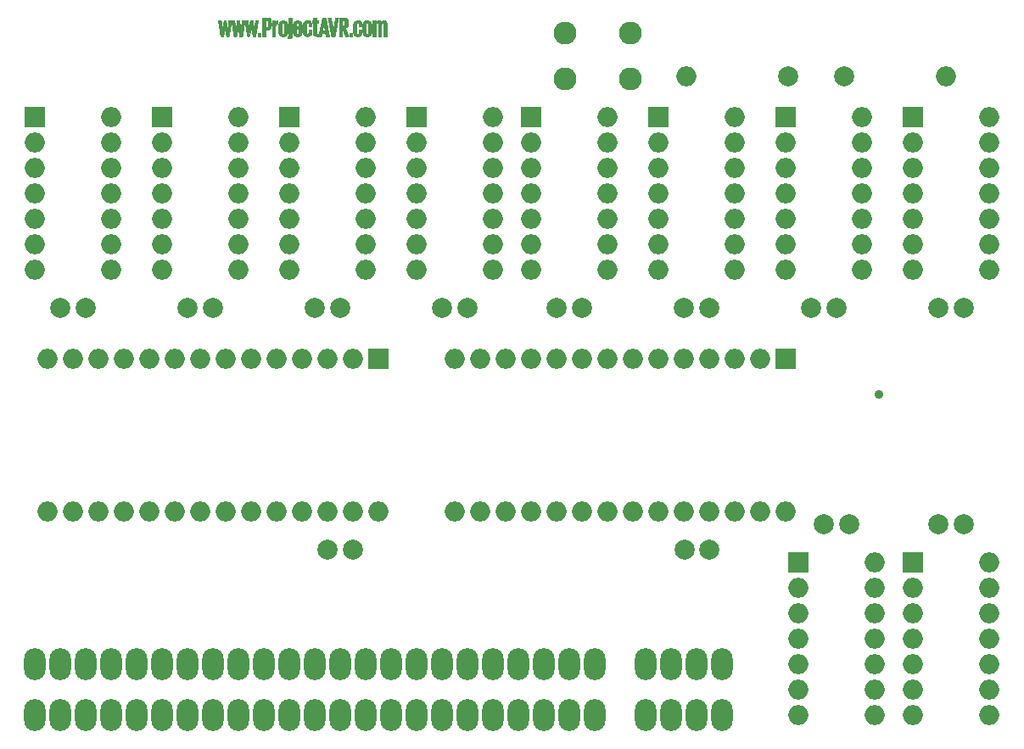
<source format=gts>
G04 #@! TF.FileFunction,Soldermask,Top*
%FSLAX46Y46*%
G04 Gerber Fmt 4.6, Leading zero omitted, Abs format (unit mm)*
G04 Created by KiCad (PCBNEW 4.0.5) date 09/11/17 10:35:41*
%MOMM*%
%LPD*%
G01*
G04 APERTURE LIST*
%ADD10C,0.100000*%
%ADD11C,0.010000*%
%ADD12R,2.000000X2.000000*%
%ADD13O,2.000000X2.000000*%
%ADD14C,2.000000*%
%ADD15O,2.127200X3.200000*%
%ADD16C,2.279600*%
%ADD17C,0.880000*%
G04 APERTURE END LIST*
D10*
D11*
G36*
X111972679Y-66062647D02*
X111972585Y-66229773D01*
X111972243Y-66374373D01*
X111971564Y-66498229D01*
X111970459Y-66603122D01*
X111968838Y-66690830D01*
X111966613Y-66763136D01*
X111963695Y-66821820D01*
X111959993Y-66868662D01*
X111955420Y-66905442D01*
X111949886Y-66933943D01*
X111943302Y-66955943D01*
X111935579Y-66973224D01*
X111926627Y-66987566D01*
X111926358Y-66987942D01*
X111883770Y-67027601D01*
X111821189Y-67057458D01*
X111741301Y-67076457D01*
X111686949Y-67082157D01*
X111583780Y-67088593D01*
X111583780Y-66983579D01*
X111584058Y-66933053D01*
X111585799Y-66902061D01*
X111590365Y-66885831D01*
X111599116Y-66879589D01*
X111613415Y-66878564D01*
X111613735Y-66878564D01*
X111642896Y-66869314D01*
X111656271Y-66855057D01*
X111659220Y-66837072D01*
X111661783Y-66795003D01*
X111663957Y-66729070D01*
X111665736Y-66639493D01*
X111667119Y-66526492D01*
X111668101Y-66390285D01*
X111668679Y-66231092D01*
X111668852Y-66065105D01*
X111668852Y-65298660D01*
X111972679Y-65298660D01*
X111972679Y-66062647D01*
X111972679Y-66062647D01*
G37*
X111972679Y-66062647D02*
X111972585Y-66229773D01*
X111972243Y-66374373D01*
X111971564Y-66498229D01*
X111970459Y-66603122D01*
X111968838Y-66690830D01*
X111966613Y-66763136D01*
X111963695Y-66821820D01*
X111959993Y-66868662D01*
X111955420Y-66905442D01*
X111949886Y-66933943D01*
X111943302Y-66955943D01*
X111935579Y-66973224D01*
X111926627Y-66987566D01*
X111926358Y-66987942D01*
X111883770Y-67027601D01*
X111821189Y-67057458D01*
X111741301Y-67076457D01*
X111686949Y-67082157D01*
X111583780Y-67088593D01*
X111583780Y-66983579D01*
X111584058Y-66933053D01*
X111585799Y-66902061D01*
X111590365Y-66885831D01*
X111599116Y-66879589D01*
X111613415Y-66878564D01*
X111613735Y-66878564D01*
X111642896Y-66869314D01*
X111656271Y-66855057D01*
X111659220Y-66837072D01*
X111661783Y-66795003D01*
X111663957Y-66729070D01*
X111665736Y-66639493D01*
X111667119Y-66526492D01*
X111668101Y-66390285D01*
X111668679Y-66231092D01*
X111668852Y-66065105D01*
X111668852Y-65298660D01*
X111972679Y-65298660D01*
X111972679Y-66062647D01*
G36*
X111215680Y-65288829D02*
X111306181Y-65320091D01*
X111385061Y-65368826D01*
X111449251Y-65433695D01*
X111485042Y-65490409D01*
X111498125Y-65518384D01*
X111508814Y-65547480D01*
X111517313Y-65580335D01*
X111523828Y-65619587D01*
X111528565Y-65667873D01*
X111531729Y-65727832D01*
X111533524Y-65802100D01*
X111534158Y-65893316D01*
X111533834Y-66004116D01*
X111533040Y-66106842D01*
X111531955Y-66221799D01*
X111530869Y-66315181D01*
X111529610Y-66389714D01*
X111528004Y-66448130D01*
X111525878Y-66493156D01*
X111523059Y-66527523D01*
X111519373Y-66553959D01*
X111514648Y-66575193D01*
X111508710Y-66593954D01*
X111501386Y-66612972D01*
X111500821Y-66614374D01*
X111458067Y-66691923D01*
X111398849Y-66758696D01*
X111328395Y-66809450D01*
X111287484Y-66828364D01*
X111218538Y-66847315D01*
X111139050Y-66858579D01*
X111059704Y-66861240D01*
X110991186Y-66854386D01*
X110988828Y-66853902D01*
X110892033Y-66822574D01*
X110811003Y-66772907D01*
X110746243Y-66705481D01*
X110698254Y-66620874D01*
X110667540Y-66519663D01*
X110660396Y-66476152D01*
X110656554Y-66432112D01*
X110653505Y-66368324D01*
X110651250Y-66289334D01*
X110649787Y-66199688D01*
X110649118Y-66103932D01*
X110649241Y-66006612D01*
X110649757Y-65953439D01*
X110953139Y-65953439D01*
X110953515Y-66050020D01*
X110954014Y-66112918D01*
X110955184Y-66224534D01*
X110956442Y-66314417D01*
X110957935Y-66385143D01*
X110959810Y-66439286D01*
X110962215Y-66479420D01*
X110965297Y-66508120D01*
X110969205Y-66527961D01*
X110974085Y-66541516D01*
X110979058Y-66549947D01*
X111020465Y-66589064D01*
X111072344Y-66608855D01*
X111128808Y-66607974D01*
X111169466Y-66593539D01*
X111186353Y-66583811D01*
X111200188Y-66572200D01*
X111211275Y-66556345D01*
X111219917Y-66533886D01*
X111226416Y-66502459D01*
X111231076Y-66459706D01*
X111234200Y-66403264D01*
X111236092Y-66330772D01*
X111237053Y-66239869D01*
X111237389Y-66128194D01*
X111237416Y-66064306D01*
X111237322Y-65949151D01*
X111236962Y-65855745D01*
X111236220Y-65781529D01*
X111234980Y-65723946D01*
X111233124Y-65680438D01*
X111230539Y-65648448D01*
X111227105Y-65625418D01*
X111222709Y-65608790D01*
X111217232Y-65596008D01*
X111216022Y-65593733D01*
X111190212Y-65557738D01*
X111157518Y-65537688D01*
X111110984Y-65530003D01*
X111091443Y-65529569D01*
X111035549Y-65539869D01*
X110993275Y-65569872D01*
X110966087Y-65618227D01*
X110958094Y-65652163D01*
X110956290Y-65677114D01*
X110954864Y-65723043D01*
X110953843Y-65786624D01*
X110953259Y-65864531D01*
X110953139Y-65953439D01*
X110649757Y-65953439D01*
X110650158Y-65912272D01*
X110651868Y-65825460D01*
X110654370Y-65750720D01*
X110657666Y-65692598D01*
X110660396Y-65664613D01*
X110683720Y-65556473D01*
X110723443Y-65466226D01*
X110779829Y-65393587D01*
X110853138Y-65338274D01*
X110943634Y-65300002D01*
X111012088Y-65284079D01*
X111116627Y-65276379D01*
X111215680Y-65288829D01*
X111215680Y-65288829D01*
G37*
X111215680Y-65288829D02*
X111306181Y-65320091D01*
X111385061Y-65368826D01*
X111449251Y-65433695D01*
X111485042Y-65490409D01*
X111498125Y-65518384D01*
X111508814Y-65547480D01*
X111517313Y-65580335D01*
X111523828Y-65619587D01*
X111528565Y-65667873D01*
X111531729Y-65727832D01*
X111533524Y-65802100D01*
X111534158Y-65893316D01*
X111533834Y-66004116D01*
X111533040Y-66106842D01*
X111531955Y-66221799D01*
X111530869Y-66315181D01*
X111529610Y-66389714D01*
X111528004Y-66448130D01*
X111525878Y-66493156D01*
X111523059Y-66527523D01*
X111519373Y-66553959D01*
X111514648Y-66575193D01*
X111508710Y-66593954D01*
X111501386Y-66612972D01*
X111500821Y-66614374D01*
X111458067Y-66691923D01*
X111398849Y-66758696D01*
X111328395Y-66809450D01*
X111287484Y-66828364D01*
X111218538Y-66847315D01*
X111139050Y-66858579D01*
X111059704Y-66861240D01*
X110991186Y-66854386D01*
X110988828Y-66853902D01*
X110892033Y-66822574D01*
X110811003Y-66772907D01*
X110746243Y-66705481D01*
X110698254Y-66620874D01*
X110667540Y-66519663D01*
X110660396Y-66476152D01*
X110656554Y-66432112D01*
X110653505Y-66368324D01*
X110651250Y-66289334D01*
X110649787Y-66199688D01*
X110649118Y-66103932D01*
X110649241Y-66006612D01*
X110649757Y-65953439D01*
X110953139Y-65953439D01*
X110953515Y-66050020D01*
X110954014Y-66112918D01*
X110955184Y-66224534D01*
X110956442Y-66314417D01*
X110957935Y-66385143D01*
X110959810Y-66439286D01*
X110962215Y-66479420D01*
X110965297Y-66508120D01*
X110969205Y-66527961D01*
X110974085Y-66541516D01*
X110979058Y-66549947D01*
X111020465Y-66589064D01*
X111072344Y-66608855D01*
X111128808Y-66607974D01*
X111169466Y-66593539D01*
X111186353Y-66583811D01*
X111200188Y-66572200D01*
X111211275Y-66556345D01*
X111219917Y-66533886D01*
X111226416Y-66502459D01*
X111231076Y-66459706D01*
X111234200Y-66403264D01*
X111236092Y-66330772D01*
X111237053Y-66239869D01*
X111237389Y-66128194D01*
X111237416Y-66064306D01*
X111237322Y-65949151D01*
X111236962Y-65855745D01*
X111236220Y-65781529D01*
X111234980Y-65723946D01*
X111233124Y-65680438D01*
X111230539Y-65648448D01*
X111227105Y-65625418D01*
X111222709Y-65608790D01*
X111217232Y-65596008D01*
X111216022Y-65593733D01*
X111190212Y-65557738D01*
X111157518Y-65537688D01*
X111110984Y-65530003D01*
X111091443Y-65529569D01*
X111035549Y-65539869D01*
X110993275Y-65569872D01*
X110966087Y-65618227D01*
X110958094Y-65652163D01*
X110956290Y-65677114D01*
X110954864Y-65723043D01*
X110953843Y-65786624D01*
X110953259Y-65864531D01*
X110953139Y-65953439D01*
X110649757Y-65953439D01*
X110650158Y-65912272D01*
X110651868Y-65825460D01*
X110654370Y-65750720D01*
X110657666Y-65692598D01*
X110660396Y-65664613D01*
X110683720Y-65556473D01*
X110723443Y-65466226D01*
X110779829Y-65393587D01*
X110853138Y-65338274D01*
X110943634Y-65300002D01*
X111012088Y-65284079D01*
X111116627Y-65276379D01*
X111215680Y-65288829D01*
G36*
X112658373Y-65289377D02*
X112745349Y-65317041D01*
X112819956Y-65359021D01*
X112877911Y-65413890D01*
X112884456Y-65422525D01*
X112907920Y-65457805D01*
X112926213Y-65493566D01*
X112940056Y-65533563D01*
X112950171Y-65581550D01*
X112957276Y-65641282D01*
X112962094Y-65716513D01*
X112965344Y-65810999D01*
X112966229Y-65848588D01*
X112971690Y-66100765D01*
X112398038Y-66100765D01*
X112398057Y-66298253D01*
X112399101Y-66388025D01*
X112402757Y-66456877D01*
X112409838Y-66508129D01*
X112421159Y-66545099D01*
X112437531Y-66571107D01*
X112459771Y-66589473D01*
X112470957Y-66595656D01*
X112521111Y-66609997D01*
X112573151Y-66607436D01*
X112620029Y-66589841D01*
X112654697Y-66559084D01*
X112663040Y-66544693D01*
X112669552Y-66517634D01*
X112674394Y-66471546D01*
X112677122Y-66411679D01*
X112677560Y-66373638D01*
X112677560Y-66234449D01*
X112969234Y-66234449D01*
X112969023Y-66352942D01*
X112965164Y-66444917D01*
X112954605Y-66531797D01*
X112938382Y-66607506D01*
X112917530Y-66665967D01*
X112914753Y-66671560D01*
X112872525Y-66731128D01*
X112813878Y-66783894D01*
X112746700Y-66823051D01*
X112732520Y-66828807D01*
X112653768Y-66849918D01*
X112565318Y-66860211D01*
X112478283Y-66858915D01*
X112422344Y-66850284D01*
X112325486Y-66816361D01*
X112243993Y-66763818D01*
X112178661Y-66693333D01*
X112130288Y-66605581D01*
X112128360Y-66600830D01*
X112120964Y-66581368D01*
X112114990Y-66561981D01*
X112110254Y-66539849D01*
X112106572Y-66512149D01*
X112103759Y-66476058D01*
X112101629Y-66428754D01*
X112100000Y-66367414D01*
X112098685Y-66289218D01*
X112097501Y-66191341D01*
X112096727Y-66117194D01*
X112095888Y-65990838D01*
X112096054Y-65880076D01*
X112097194Y-65786706D01*
X112097947Y-65759875D01*
X112398038Y-65759875D01*
X112398038Y-65882009D01*
X112677560Y-65882009D01*
X112677560Y-65766164D01*
X112673617Y-65680525D01*
X112661031Y-65616079D01*
X112638664Y-65570902D01*
X112605380Y-65543067D01*
X112560041Y-65530650D01*
X112537799Y-65529569D01*
X112486880Y-65535854D01*
X112448780Y-65556102D01*
X112422230Y-65592405D01*
X112405960Y-65646852D01*
X112398704Y-65721535D01*
X112398038Y-65759875D01*
X112097947Y-65759875D01*
X112099276Y-65712528D01*
X112102267Y-65659343D01*
X112105430Y-65632355D01*
X112134404Y-65528591D01*
X112179722Y-65442806D01*
X112241533Y-65374855D01*
X112319989Y-65324592D01*
X112415240Y-65291868D01*
X112464465Y-65282705D01*
X112563317Y-65277456D01*
X112658373Y-65289377D01*
X112658373Y-65289377D01*
G37*
X112658373Y-65289377D02*
X112745349Y-65317041D01*
X112819956Y-65359021D01*
X112877911Y-65413890D01*
X112884456Y-65422525D01*
X112907920Y-65457805D01*
X112926213Y-65493566D01*
X112940056Y-65533563D01*
X112950171Y-65581550D01*
X112957276Y-65641282D01*
X112962094Y-65716513D01*
X112965344Y-65810999D01*
X112966229Y-65848588D01*
X112971690Y-66100765D01*
X112398038Y-66100765D01*
X112398057Y-66298253D01*
X112399101Y-66388025D01*
X112402757Y-66456877D01*
X112409838Y-66508129D01*
X112421159Y-66545099D01*
X112437531Y-66571107D01*
X112459771Y-66589473D01*
X112470957Y-66595656D01*
X112521111Y-66609997D01*
X112573151Y-66607436D01*
X112620029Y-66589841D01*
X112654697Y-66559084D01*
X112663040Y-66544693D01*
X112669552Y-66517634D01*
X112674394Y-66471546D01*
X112677122Y-66411679D01*
X112677560Y-66373638D01*
X112677560Y-66234449D01*
X112969234Y-66234449D01*
X112969023Y-66352942D01*
X112965164Y-66444917D01*
X112954605Y-66531797D01*
X112938382Y-66607506D01*
X112917530Y-66665967D01*
X112914753Y-66671560D01*
X112872525Y-66731128D01*
X112813878Y-66783894D01*
X112746700Y-66823051D01*
X112732520Y-66828807D01*
X112653768Y-66849918D01*
X112565318Y-66860211D01*
X112478283Y-66858915D01*
X112422344Y-66850284D01*
X112325486Y-66816361D01*
X112243993Y-66763818D01*
X112178661Y-66693333D01*
X112130288Y-66605581D01*
X112128360Y-66600830D01*
X112120964Y-66581368D01*
X112114990Y-66561981D01*
X112110254Y-66539849D01*
X112106572Y-66512149D01*
X112103759Y-66476058D01*
X112101629Y-66428754D01*
X112100000Y-66367414D01*
X112098685Y-66289218D01*
X112097501Y-66191341D01*
X112096727Y-66117194D01*
X112095888Y-65990838D01*
X112096054Y-65880076D01*
X112097194Y-65786706D01*
X112097947Y-65759875D01*
X112398038Y-65759875D01*
X112398038Y-65882009D01*
X112677560Y-65882009D01*
X112677560Y-65766164D01*
X112673617Y-65680525D01*
X112661031Y-65616079D01*
X112638664Y-65570902D01*
X112605380Y-65543067D01*
X112560041Y-65530650D01*
X112537799Y-65529569D01*
X112486880Y-65535854D01*
X112448780Y-65556102D01*
X112422230Y-65592405D01*
X112405960Y-65646852D01*
X112398704Y-65721535D01*
X112398038Y-65759875D01*
X112097947Y-65759875D01*
X112099276Y-65712528D01*
X112102267Y-65659343D01*
X112105430Y-65632355D01*
X112134404Y-65528591D01*
X112179722Y-65442806D01*
X112241533Y-65374855D01*
X112319989Y-65324592D01*
X112415240Y-65291868D01*
X112464465Y-65282705D01*
X112563317Y-65277456D01*
X112658373Y-65289377D01*
G36*
X113635481Y-65284721D02*
X113725138Y-65309950D01*
X113802947Y-65351257D01*
X113844883Y-65386227D01*
X113888233Y-65438929D01*
X113919132Y-65499865D01*
X113939133Y-65573553D01*
X113949784Y-65664510D01*
X113951420Y-65696674D01*
X113956695Y-65833397D01*
X113664239Y-65833397D01*
X113660062Y-65710795D01*
X113657779Y-65654676D01*
X113654584Y-65617306D01*
X113649080Y-65593129D01*
X113639866Y-65576593D01*
X113625543Y-65562143D01*
X113621786Y-65558881D01*
X113578875Y-65535690D01*
X113529197Y-65529207D01*
X113479711Y-65538114D01*
X113437374Y-65561092D01*
X113409143Y-65596820D01*
X113408023Y-65599405D01*
X113403976Y-65617588D01*
X113400824Y-65651367D01*
X113398535Y-65702226D01*
X113397076Y-65771647D01*
X113396413Y-65861111D01*
X113396514Y-65972103D01*
X113397196Y-66087111D01*
X113400670Y-66540294D01*
X113440359Y-66575745D01*
X113490076Y-66605553D01*
X113543929Y-66612844D01*
X113596900Y-66597617D01*
X113628349Y-66575763D01*
X113668038Y-66540330D01*
X113672068Y-66387390D01*
X113676097Y-66234449D01*
X113953636Y-66234449D01*
X113953636Y-66379007D01*
X113950628Y-66480021D01*
X113940709Y-66561741D01*
X113922538Y-66628530D01*
X113894776Y-66684752D01*
X113856080Y-66734771D01*
X113838931Y-66752378D01*
X113774825Y-66804699D01*
X113715540Y-66834204D01*
X113629311Y-66853669D01*
X113533805Y-66860585D01*
X113440880Y-66854414D01*
X113407404Y-66848232D01*
X113314402Y-66815637D01*
X113235659Y-66763509D01*
X113171952Y-66692536D01*
X113124060Y-66603411D01*
X113119957Y-66592966D01*
X113114029Y-66575831D01*
X113109204Y-66556977D01*
X113105370Y-66533836D01*
X113102415Y-66503836D01*
X113100227Y-66464407D01*
X113098692Y-66412980D01*
X113097698Y-66346985D01*
X113097134Y-66263851D01*
X113096887Y-66161008D01*
X113096842Y-66064306D01*
X113096875Y-65945266D01*
X113097065Y-65847925D01*
X113097550Y-65769676D01*
X113098467Y-65707910D01*
X113099951Y-65660020D01*
X113102142Y-65623400D01*
X113105175Y-65595440D01*
X113109187Y-65573535D01*
X113114317Y-65555076D01*
X113120699Y-65537456D01*
X113125112Y-65526391D01*
X113168364Y-65448060D01*
X113228322Y-65380940D01*
X113299904Y-65330113D01*
X113339561Y-65311985D01*
X113438277Y-65285090D01*
X113538389Y-65276218D01*
X113635481Y-65284721D01*
X113635481Y-65284721D01*
G37*
X113635481Y-65284721D02*
X113725138Y-65309950D01*
X113802947Y-65351257D01*
X113844883Y-65386227D01*
X113888233Y-65438929D01*
X113919132Y-65499865D01*
X113939133Y-65573553D01*
X113949784Y-65664510D01*
X113951420Y-65696674D01*
X113956695Y-65833397D01*
X113664239Y-65833397D01*
X113660062Y-65710795D01*
X113657779Y-65654676D01*
X113654584Y-65617306D01*
X113649080Y-65593129D01*
X113639866Y-65576593D01*
X113625543Y-65562143D01*
X113621786Y-65558881D01*
X113578875Y-65535690D01*
X113529197Y-65529207D01*
X113479711Y-65538114D01*
X113437374Y-65561092D01*
X113409143Y-65596820D01*
X113408023Y-65599405D01*
X113403976Y-65617588D01*
X113400824Y-65651367D01*
X113398535Y-65702226D01*
X113397076Y-65771647D01*
X113396413Y-65861111D01*
X113396514Y-65972103D01*
X113397196Y-66087111D01*
X113400670Y-66540294D01*
X113440359Y-66575745D01*
X113490076Y-66605553D01*
X113543929Y-66612844D01*
X113596900Y-66597617D01*
X113628349Y-66575763D01*
X113668038Y-66540330D01*
X113672068Y-66387390D01*
X113676097Y-66234449D01*
X113953636Y-66234449D01*
X113953636Y-66379007D01*
X113950628Y-66480021D01*
X113940709Y-66561741D01*
X113922538Y-66628530D01*
X113894776Y-66684752D01*
X113856080Y-66734771D01*
X113838931Y-66752378D01*
X113774825Y-66804699D01*
X113715540Y-66834204D01*
X113629311Y-66853669D01*
X113533805Y-66860585D01*
X113440880Y-66854414D01*
X113407404Y-66848232D01*
X113314402Y-66815637D01*
X113235659Y-66763509D01*
X113171952Y-66692536D01*
X113124060Y-66603411D01*
X113119957Y-66592966D01*
X113114029Y-66575831D01*
X113109204Y-66556977D01*
X113105370Y-66533836D01*
X113102415Y-66503836D01*
X113100227Y-66464407D01*
X113098692Y-66412980D01*
X113097698Y-66346985D01*
X113097134Y-66263851D01*
X113096887Y-66161008D01*
X113096842Y-66064306D01*
X113096875Y-65945266D01*
X113097065Y-65847925D01*
X113097550Y-65769676D01*
X113098467Y-65707910D01*
X113099951Y-65660020D01*
X113102142Y-65623400D01*
X113105175Y-65595440D01*
X113109187Y-65573535D01*
X113114317Y-65555076D01*
X113120699Y-65537456D01*
X113125112Y-65526391D01*
X113168364Y-65448060D01*
X113228322Y-65380940D01*
X113299904Y-65330113D01*
X113339561Y-65311985D01*
X113438277Y-65285090D01*
X113538389Y-65276218D01*
X113635481Y-65284721D01*
G36*
X118653136Y-65284993D02*
X118746671Y-65309858D01*
X118822994Y-65348739D01*
X118883168Y-65403023D01*
X118928258Y-65474095D01*
X118959328Y-65563340D01*
X118977443Y-65672143D01*
X118980675Y-65711279D01*
X118988677Y-65833397D01*
X118693349Y-65833397D01*
X118693281Y-65751363D01*
X118688846Y-65671039D01*
X118675225Y-65611071D01*
X118651724Y-65569041D01*
X118636603Y-65554428D01*
X118596455Y-65535653D01*
X118547250Y-65529818D01*
X118500091Y-65537333D01*
X118477228Y-65548537D01*
X118461147Y-65560550D01*
X118448043Y-65573485D01*
X118437610Y-65589816D01*
X118429545Y-65612017D01*
X118423544Y-65642560D01*
X118419302Y-65683920D01*
X118416515Y-65738570D01*
X118414879Y-65808983D01*
X118414089Y-65897634D01*
X118413843Y-66006995D01*
X118413828Y-66064093D01*
X118413971Y-66185735D01*
X118414594Y-66285502D01*
X118415983Y-66365828D01*
X118418424Y-66429142D01*
X118422205Y-66477877D01*
X118427611Y-66514463D01*
X118434930Y-66541333D01*
X118444449Y-66560918D01*
X118456454Y-66575650D01*
X118471232Y-66587959D01*
X118476013Y-66591378D01*
X118515619Y-66606918D01*
X118565375Y-66610139D01*
X118614372Y-66600867D01*
X118630821Y-66593878D01*
X118655669Y-66576843D01*
X118673194Y-66552943D01*
X118684535Y-66518164D01*
X118690832Y-66468494D01*
X118693223Y-66399920D01*
X118693349Y-66373638D01*
X118693349Y-66234449D01*
X118985024Y-66234449D01*
X118984783Y-66328636D01*
X118978233Y-66459458D01*
X118959025Y-66570155D01*
X118926741Y-66661603D01*
X118880964Y-66734675D01*
X118821276Y-66790247D01*
X118747258Y-66829194D01*
X118745344Y-66829916D01*
X118669024Y-66850193D01*
X118582228Y-66860162D01*
X118496301Y-66859072D01*
X118438134Y-66850284D01*
X118341275Y-66816361D01*
X118259782Y-66763818D01*
X118194451Y-66693333D01*
X118146077Y-66605581D01*
X118144149Y-66600830D01*
X118136753Y-66581368D01*
X118130780Y-66561981D01*
X118126044Y-66539849D01*
X118122362Y-66512149D01*
X118119548Y-66476058D01*
X118117419Y-66428754D01*
X118115789Y-66367414D01*
X118114474Y-66289218D01*
X118113290Y-66191341D01*
X118112517Y-66117194D01*
X118111486Y-65990833D01*
X118111344Y-65885971D01*
X118112319Y-65799811D01*
X118114639Y-65729556D01*
X118118533Y-65672407D01*
X118124229Y-65625568D01*
X118131955Y-65586239D01*
X118141939Y-65551625D01*
X118154411Y-65518927D01*
X118162907Y-65499663D01*
X118210687Y-65423331D01*
X118275931Y-65361517D01*
X118355722Y-65315499D01*
X118447140Y-65286555D01*
X118547266Y-65275963D01*
X118653136Y-65284993D01*
X118653136Y-65284993D01*
G37*
X118653136Y-65284993D02*
X118746671Y-65309858D01*
X118822994Y-65348739D01*
X118883168Y-65403023D01*
X118928258Y-65474095D01*
X118959328Y-65563340D01*
X118977443Y-65672143D01*
X118980675Y-65711279D01*
X118988677Y-65833397D01*
X118693349Y-65833397D01*
X118693281Y-65751363D01*
X118688846Y-65671039D01*
X118675225Y-65611071D01*
X118651724Y-65569041D01*
X118636603Y-65554428D01*
X118596455Y-65535653D01*
X118547250Y-65529818D01*
X118500091Y-65537333D01*
X118477228Y-65548537D01*
X118461147Y-65560550D01*
X118448043Y-65573485D01*
X118437610Y-65589816D01*
X118429545Y-65612017D01*
X118423544Y-65642560D01*
X118419302Y-65683920D01*
X118416515Y-65738570D01*
X118414879Y-65808983D01*
X118414089Y-65897634D01*
X118413843Y-66006995D01*
X118413828Y-66064093D01*
X118413971Y-66185735D01*
X118414594Y-66285502D01*
X118415983Y-66365828D01*
X118418424Y-66429142D01*
X118422205Y-66477877D01*
X118427611Y-66514463D01*
X118434930Y-66541333D01*
X118444449Y-66560918D01*
X118456454Y-66575650D01*
X118471232Y-66587959D01*
X118476013Y-66591378D01*
X118515619Y-66606918D01*
X118565375Y-66610139D01*
X118614372Y-66600867D01*
X118630821Y-66593878D01*
X118655669Y-66576843D01*
X118673194Y-66552943D01*
X118684535Y-66518164D01*
X118690832Y-66468494D01*
X118693223Y-66399920D01*
X118693349Y-66373638D01*
X118693349Y-66234449D01*
X118985024Y-66234449D01*
X118984783Y-66328636D01*
X118978233Y-66459458D01*
X118959025Y-66570155D01*
X118926741Y-66661603D01*
X118880964Y-66734675D01*
X118821276Y-66790247D01*
X118747258Y-66829194D01*
X118745344Y-66829916D01*
X118669024Y-66850193D01*
X118582228Y-66860162D01*
X118496301Y-66859072D01*
X118438134Y-66850284D01*
X118341275Y-66816361D01*
X118259782Y-66763818D01*
X118194451Y-66693333D01*
X118146077Y-66605581D01*
X118144149Y-66600830D01*
X118136753Y-66581368D01*
X118130780Y-66561981D01*
X118126044Y-66539849D01*
X118122362Y-66512149D01*
X118119548Y-66476058D01*
X118117419Y-66428754D01*
X118115789Y-66367414D01*
X118114474Y-66289218D01*
X118113290Y-66191341D01*
X118112517Y-66117194D01*
X118111486Y-65990833D01*
X118111344Y-65885971D01*
X118112319Y-65799811D01*
X118114639Y-65729556D01*
X118118533Y-65672407D01*
X118124229Y-65625568D01*
X118131955Y-65586239D01*
X118141939Y-65551625D01*
X118154411Y-65518927D01*
X118162907Y-65499663D01*
X118210687Y-65423331D01*
X118275931Y-65361517D01*
X118355722Y-65315499D01*
X118447140Y-65286555D01*
X118547266Y-65275963D01*
X118653136Y-65284993D01*
G36*
X119574087Y-65285353D02*
X119647885Y-65299095D01*
X119710687Y-65324648D01*
X119768485Y-65363958D01*
X119787372Y-65380182D01*
X119822124Y-65413482D01*
X119850916Y-65446943D01*
X119874298Y-65483173D01*
X119892818Y-65524775D01*
X119907023Y-65574356D01*
X119917462Y-65634520D01*
X119924682Y-65707875D01*
X119929232Y-65797024D01*
X119931659Y-65904574D01*
X119932513Y-66033130D01*
X119932544Y-66070383D01*
X119932113Y-66201233D01*
X119930498Y-66310488D01*
X119927220Y-66400850D01*
X119921799Y-66475019D01*
X119913755Y-66535697D01*
X119902608Y-66585583D01*
X119887877Y-66627381D01*
X119869084Y-66663790D01*
X119845748Y-66697512D01*
X119817390Y-66731249D01*
X119814557Y-66734397D01*
X119746562Y-66791855D01*
X119661911Y-66833187D01*
X119586920Y-66853171D01*
X119522408Y-66862795D01*
X119468333Y-66864182D01*
X119412179Y-66857089D01*
X119373923Y-66849039D01*
X119313379Y-66833384D01*
X119268364Y-66816219D01*
X119230259Y-66793256D01*
X119190445Y-66760207D01*
X119184556Y-66754819D01*
X119121131Y-66680354D01*
X119077196Y-66591647D01*
X119059454Y-66528564D01*
X119055447Y-66496556D01*
X119052124Y-66444072D01*
X119049484Y-66374932D01*
X119047528Y-66292953D01*
X119046257Y-66201955D01*
X119045668Y-66105755D01*
X119045764Y-66008173D01*
X119046543Y-65913028D01*
X119047025Y-65883672D01*
X119351149Y-65883672D01*
X119351547Y-65992316D01*
X119352227Y-66089322D01*
X119355694Y-66540294D01*
X119395383Y-66575745D01*
X119440836Y-66602473D01*
X119493028Y-66612047D01*
X119543412Y-66603688D01*
X119566953Y-66591378D01*
X119582674Y-66579218D01*
X119595504Y-66565290D01*
X119605734Y-66547145D01*
X119613658Y-66522331D01*
X119619567Y-66488398D01*
X119623755Y-66442898D01*
X119626513Y-66383379D01*
X119628133Y-66307390D01*
X119628910Y-66212484D01*
X119629134Y-66096207D01*
X119629139Y-66070383D01*
X119628989Y-65949575D01*
X119628345Y-65850623D01*
X119626915Y-65771076D01*
X119624406Y-65708484D01*
X119620526Y-65660397D01*
X119614981Y-65624364D01*
X119607481Y-65597936D01*
X119597731Y-65578662D01*
X119585440Y-65564092D01*
X119570316Y-65551776D01*
X119566953Y-65549387D01*
X119528317Y-65534150D01*
X119479258Y-65530291D01*
X119431062Y-65538261D01*
X119417617Y-65543406D01*
X119400711Y-65552047D01*
X119386826Y-65562631D01*
X119375687Y-65577451D01*
X119367020Y-65598799D01*
X119360550Y-65628967D01*
X119356002Y-65670246D01*
X119353103Y-65724929D01*
X119351577Y-65795307D01*
X119351149Y-65883672D01*
X119047025Y-65883672D01*
X119048005Y-65824137D01*
X119050151Y-65745320D01*
X119052981Y-65680395D01*
X119056493Y-65633180D01*
X119059466Y-65612201D01*
X119091048Y-65512868D01*
X119139736Y-65429364D01*
X119204491Y-65363008D01*
X119284276Y-65315116D01*
X119298319Y-65309273D01*
X119342772Y-65294540D01*
X119389280Y-65285902D01*
X119446624Y-65282037D01*
X119483301Y-65281478D01*
X119574087Y-65285353D01*
X119574087Y-65285353D01*
G37*
X119574087Y-65285353D02*
X119647885Y-65299095D01*
X119710687Y-65324648D01*
X119768485Y-65363958D01*
X119787372Y-65380182D01*
X119822124Y-65413482D01*
X119850916Y-65446943D01*
X119874298Y-65483173D01*
X119892818Y-65524775D01*
X119907023Y-65574356D01*
X119917462Y-65634520D01*
X119924682Y-65707875D01*
X119929232Y-65797024D01*
X119931659Y-65904574D01*
X119932513Y-66033130D01*
X119932544Y-66070383D01*
X119932113Y-66201233D01*
X119930498Y-66310488D01*
X119927220Y-66400850D01*
X119921799Y-66475019D01*
X119913755Y-66535697D01*
X119902608Y-66585583D01*
X119887877Y-66627381D01*
X119869084Y-66663790D01*
X119845748Y-66697512D01*
X119817390Y-66731249D01*
X119814557Y-66734397D01*
X119746562Y-66791855D01*
X119661911Y-66833187D01*
X119586920Y-66853171D01*
X119522408Y-66862795D01*
X119468333Y-66864182D01*
X119412179Y-66857089D01*
X119373923Y-66849039D01*
X119313379Y-66833384D01*
X119268364Y-66816219D01*
X119230259Y-66793256D01*
X119190445Y-66760207D01*
X119184556Y-66754819D01*
X119121131Y-66680354D01*
X119077196Y-66591647D01*
X119059454Y-66528564D01*
X119055447Y-66496556D01*
X119052124Y-66444072D01*
X119049484Y-66374932D01*
X119047528Y-66292953D01*
X119046257Y-66201955D01*
X119045668Y-66105755D01*
X119045764Y-66008173D01*
X119046543Y-65913028D01*
X119047025Y-65883672D01*
X119351149Y-65883672D01*
X119351547Y-65992316D01*
X119352227Y-66089322D01*
X119355694Y-66540294D01*
X119395383Y-66575745D01*
X119440836Y-66602473D01*
X119493028Y-66612047D01*
X119543412Y-66603688D01*
X119566953Y-66591378D01*
X119582674Y-66579218D01*
X119595504Y-66565290D01*
X119605734Y-66547145D01*
X119613658Y-66522331D01*
X119619567Y-66488398D01*
X119623755Y-66442898D01*
X119626513Y-66383379D01*
X119628133Y-66307390D01*
X119628910Y-66212484D01*
X119629134Y-66096207D01*
X119629139Y-66070383D01*
X119628989Y-65949575D01*
X119628345Y-65850623D01*
X119626915Y-65771076D01*
X119624406Y-65708484D01*
X119620526Y-65660397D01*
X119614981Y-65624364D01*
X119607481Y-65597936D01*
X119597731Y-65578662D01*
X119585440Y-65564092D01*
X119570316Y-65551776D01*
X119566953Y-65549387D01*
X119528317Y-65534150D01*
X119479258Y-65530291D01*
X119431062Y-65538261D01*
X119417617Y-65543406D01*
X119400711Y-65552047D01*
X119386826Y-65562631D01*
X119375687Y-65577451D01*
X119367020Y-65598799D01*
X119360550Y-65628967D01*
X119356002Y-65670246D01*
X119353103Y-65724929D01*
X119351577Y-65795307D01*
X119351149Y-65883672D01*
X119047025Y-65883672D01*
X119048005Y-65824137D01*
X119050151Y-65745320D01*
X119052981Y-65680395D01*
X119056493Y-65633180D01*
X119059466Y-65612201D01*
X119091048Y-65512868D01*
X119139736Y-65429364D01*
X119204491Y-65363008D01*
X119284276Y-65315116D01*
X119298319Y-65309273D01*
X119342772Y-65294540D01*
X119389280Y-65285902D01*
X119446624Y-65282037D01*
X119483301Y-65281478D01*
X119574087Y-65285353D01*
G36*
X104833592Y-65298849D02*
X104876087Y-65299902D01*
X104902591Y-65302544D01*
X104917260Y-65307503D01*
X104924253Y-65315503D01*
X104927440Y-65326005D01*
X104930160Y-65344159D01*
X104935118Y-65383533D01*
X104941974Y-65441176D01*
X104950387Y-65514140D01*
X104960015Y-65599475D01*
X104970520Y-65694231D01*
X104980177Y-65782695D01*
X104993179Y-65899718D01*
X105004729Y-65997663D01*
X105014696Y-66075585D01*
X105022950Y-66132542D01*
X105029358Y-66167591D01*
X105033790Y-66179788D01*
X105035081Y-66177671D01*
X105038980Y-66157879D01*
X105046293Y-66117107D01*
X105056506Y-66058363D01*
X105069103Y-65984654D01*
X105083571Y-65898987D01*
X105099395Y-65804371D01*
X105113226Y-65720981D01*
X105183004Y-65298660D01*
X105406086Y-65298660D01*
X105475865Y-65720981D01*
X105492431Y-65820783D01*
X105508077Y-65914164D01*
X105522287Y-65998112D01*
X105534545Y-66069614D01*
X105544334Y-66125657D01*
X105551141Y-66163229D01*
X105554157Y-66178238D01*
X105557716Y-66176682D01*
X105563245Y-66151638D01*
X105570642Y-66103833D01*
X105579810Y-66033998D01*
X105590648Y-65942861D01*
X105603058Y-65831151D01*
X105608830Y-65777185D01*
X105619629Y-65676127D01*
X105629858Y-65582180D01*
X105639190Y-65498218D01*
X105647297Y-65427113D01*
X105653854Y-65371738D01*
X105658531Y-65334965D01*
X105660922Y-65319928D01*
X105666292Y-65310486D01*
X105678979Y-65304297D01*
X105703288Y-65300703D01*
X105743526Y-65299044D01*
X105799950Y-65298660D01*
X105858118Y-65298831D01*
X105896019Y-65299923D01*
X105917695Y-65302808D01*
X105927183Y-65308355D01*
X105928526Y-65317435D01*
X105926862Y-65326005D01*
X105924155Y-65341953D01*
X105918304Y-65379194D01*
X105909685Y-65435213D01*
X105898674Y-65507496D01*
X105885645Y-65593529D01*
X105870974Y-65690798D01*
X105855037Y-65796789D01*
X105838208Y-65908987D01*
X105820865Y-66024878D01*
X105803381Y-66141949D01*
X105786132Y-66257684D01*
X105769495Y-66369571D01*
X105753844Y-66475094D01*
X105739554Y-66571740D01*
X105727002Y-66656994D01*
X105716563Y-66728342D01*
X105708612Y-66783270D01*
X105703524Y-66819265D01*
X105701676Y-66833811D01*
X105701674Y-66833886D01*
X105690330Y-66837153D01*
X105659530Y-66839805D01*
X105614122Y-66841550D01*
X105564813Y-66842105D01*
X105427951Y-66842105D01*
X105386897Y-66571698D01*
X105372422Y-66476931D01*
X105356697Y-66374958D01*
X105340926Y-66273517D01*
X105326312Y-66180349D01*
X105314059Y-66103194D01*
X105313670Y-66100765D01*
X105281496Y-65900239D01*
X105124882Y-66842105D01*
X104987919Y-66842105D01*
X104925174Y-66841406D01*
X104883565Y-66839068D01*
X104859952Y-66834728D01*
X104851200Y-66828025D01*
X104850957Y-66826302D01*
X104849197Y-66812301D01*
X104844172Y-66776794D01*
X104836260Y-66722305D01*
X104825839Y-66651360D01*
X104813289Y-66566485D01*
X104798989Y-66470203D01*
X104783318Y-66365041D01*
X104766654Y-66253523D01*
X104749376Y-66138175D01*
X104731864Y-66021521D01*
X104714497Y-65906087D01*
X104697652Y-65794397D01*
X104681710Y-65688978D01*
X104667048Y-65592353D01*
X104654047Y-65507049D01*
X104643085Y-65435590D01*
X104634540Y-65380501D01*
X104628792Y-65344307D01*
X104626730Y-65332081D01*
X104620655Y-65298660D01*
X104770948Y-65298660D01*
X104833592Y-65298849D01*
X104833592Y-65298849D01*
G37*
X104833592Y-65298849D02*
X104876087Y-65299902D01*
X104902591Y-65302544D01*
X104917260Y-65307503D01*
X104924253Y-65315503D01*
X104927440Y-65326005D01*
X104930160Y-65344159D01*
X104935118Y-65383533D01*
X104941974Y-65441176D01*
X104950387Y-65514140D01*
X104960015Y-65599475D01*
X104970520Y-65694231D01*
X104980177Y-65782695D01*
X104993179Y-65899718D01*
X105004729Y-65997663D01*
X105014696Y-66075585D01*
X105022950Y-66132542D01*
X105029358Y-66167591D01*
X105033790Y-66179788D01*
X105035081Y-66177671D01*
X105038980Y-66157879D01*
X105046293Y-66117107D01*
X105056506Y-66058363D01*
X105069103Y-65984654D01*
X105083571Y-65898987D01*
X105099395Y-65804371D01*
X105113226Y-65720981D01*
X105183004Y-65298660D01*
X105406086Y-65298660D01*
X105475865Y-65720981D01*
X105492431Y-65820783D01*
X105508077Y-65914164D01*
X105522287Y-65998112D01*
X105534545Y-66069614D01*
X105544334Y-66125657D01*
X105551141Y-66163229D01*
X105554157Y-66178238D01*
X105557716Y-66176682D01*
X105563245Y-66151638D01*
X105570642Y-66103833D01*
X105579810Y-66033998D01*
X105590648Y-65942861D01*
X105603058Y-65831151D01*
X105608830Y-65777185D01*
X105619629Y-65676127D01*
X105629858Y-65582180D01*
X105639190Y-65498218D01*
X105647297Y-65427113D01*
X105653854Y-65371738D01*
X105658531Y-65334965D01*
X105660922Y-65319928D01*
X105666292Y-65310486D01*
X105678979Y-65304297D01*
X105703288Y-65300703D01*
X105743526Y-65299044D01*
X105799950Y-65298660D01*
X105858118Y-65298831D01*
X105896019Y-65299923D01*
X105917695Y-65302808D01*
X105927183Y-65308355D01*
X105928526Y-65317435D01*
X105926862Y-65326005D01*
X105924155Y-65341953D01*
X105918304Y-65379194D01*
X105909685Y-65435213D01*
X105898674Y-65507496D01*
X105885645Y-65593529D01*
X105870974Y-65690798D01*
X105855037Y-65796789D01*
X105838208Y-65908987D01*
X105820865Y-66024878D01*
X105803381Y-66141949D01*
X105786132Y-66257684D01*
X105769495Y-66369571D01*
X105753844Y-66475094D01*
X105739554Y-66571740D01*
X105727002Y-66656994D01*
X105716563Y-66728342D01*
X105708612Y-66783270D01*
X105703524Y-66819265D01*
X105701676Y-66833811D01*
X105701674Y-66833886D01*
X105690330Y-66837153D01*
X105659530Y-66839805D01*
X105614122Y-66841550D01*
X105564813Y-66842105D01*
X105427951Y-66842105D01*
X105386897Y-66571698D01*
X105372422Y-66476931D01*
X105356697Y-66374958D01*
X105340926Y-66273517D01*
X105326312Y-66180349D01*
X105314059Y-66103194D01*
X105313670Y-66100765D01*
X105281496Y-65900239D01*
X105124882Y-66842105D01*
X104987919Y-66842105D01*
X104925174Y-66841406D01*
X104883565Y-66839068D01*
X104859952Y-66834728D01*
X104851200Y-66828025D01*
X104850957Y-66826302D01*
X104849197Y-66812301D01*
X104844172Y-66776794D01*
X104836260Y-66722305D01*
X104825839Y-66651360D01*
X104813289Y-66566485D01*
X104798989Y-66470203D01*
X104783318Y-66365041D01*
X104766654Y-66253523D01*
X104749376Y-66138175D01*
X104731864Y-66021521D01*
X104714497Y-65906087D01*
X104697652Y-65794397D01*
X104681710Y-65688978D01*
X104667048Y-65592353D01*
X104654047Y-65507049D01*
X104643085Y-65435590D01*
X104634540Y-65380501D01*
X104628792Y-65344307D01*
X104626730Y-65332081D01*
X104620655Y-65298660D01*
X104770948Y-65298660D01*
X104833592Y-65298849D01*
G36*
X106689526Y-65300090D02*
X106722507Y-65307594D01*
X106738780Y-65318922D01*
X106739138Y-65319928D01*
X106742469Y-65336530D01*
X106749225Y-65374251D01*
X106758917Y-65430220D01*
X106771057Y-65501567D01*
X106785156Y-65585422D01*
X106800724Y-65678915D01*
X106815586Y-65768908D01*
X106831907Y-65867296D01*
X106847127Y-65957467D01*
X106860777Y-66036769D01*
X106872390Y-66102547D01*
X106881498Y-66152148D01*
X106887632Y-66182918D01*
X106890273Y-66192294D01*
X106892339Y-66179950D01*
X106896664Y-66146735D01*
X106902878Y-66095941D01*
X106910608Y-66030861D01*
X106919481Y-65954786D01*
X106929125Y-65871009D01*
X106939168Y-65782822D01*
X106949237Y-65693518D01*
X106958961Y-65606387D01*
X106967966Y-65524724D01*
X106975881Y-65451819D01*
X106982333Y-65390966D01*
X106986949Y-65345456D01*
X106989358Y-65318581D01*
X106989619Y-65313851D01*
X107000849Y-65307806D01*
X107030321Y-65303129D01*
X107072085Y-65299911D01*
X107120191Y-65298242D01*
X107168690Y-65298213D01*
X107211633Y-65299914D01*
X107243068Y-65303437D01*
X107257047Y-65308872D01*
X107257273Y-65309772D01*
X107255517Y-65324100D01*
X107250504Y-65359937D01*
X107242608Y-65414760D01*
X107232209Y-65486045D01*
X107219682Y-65571270D01*
X107205406Y-65667911D01*
X107189757Y-65773444D01*
X107173113Y-65885346D01*
X107155851Y-66001094D01*
X107138348Y-66118164D01*
X107120981Y-66234033D01*
X107104129Y-66346178D01*
X107088167Y-66452075D01*
X107073473Y-66549200D01*
X107060425Y-66635032D01*
X107049400Y-66707045D01*
X107040775Y-66762717D01*
X107034926Y-66799524D01*
X107032277Y-66814760D01*
X107028263Y-66826764D01*
X107019952Y-66834618D01*
X107002888Y-66839201D01*
X106972613Y-66841390D01*
X106924672Y-66842063D01*
X106893413Y-66842105D01*
X106760926Y-66842105D01*
X106754332Y-66808684D01*
X106750969Y-66788951D01*
X106744447Y-66748260D01*
X106735244Y-66689685D01*
X106723840Y-66616301D01*
X106710711Y-66531182D01*
X106696337Y-66437403D01*
X106685773Y-66368134D01*
X106670863Y-66270941D01*
X106656837Y-66180989D01*
X106644171Y-66101209D01*
X106633339Y-66034534D01*
X106624815Y-65983895D01*
X106619075Y-65952225D01*
X106616918Y-65942775D01*
X106613903Y-65951472D01*
X106607324Y-65980991D01*
X106597746Y-66028201D01*
X106585738Y-66089972D01*
X106571868Y-66163174D01*
X106556702Y-66244676D01*
X106540809Y-66331347D01*
X106524756Y-66420057D01*
X106509110Y-66507676D01*
X106494439Y-66591074D01*
X106481311Y-66667119D01*
X106470293Y-66732681D01*
X106461952Y-66784631D01*
X106456857Y-66819836D01*
X106455520Y-66832990D01*
X106444038Y-66836657D01*
X106413179Y-66839619D01*
X106367870Y-66841540D01*
X106321715Y-66842105D01*
X106263261Y-66841860D01*
X106224683Y-66840547D01*
X106201553Y-66837298D01*
X106189442Y-66831244D01*
X106183920Y-66821518D01*
X106182191Y-66814760D01*
X106179041Y-66796773D01*
X106172765Y-66757656D01*
X106163744Y-66699944D01*
X106152360Y-66626172D01*
X106138992Y-66538873D01*
X106124023Y-66440582D01*
X106107833Y-66333833D01*
X106090802Y-66221160D01*
X106073313Y-66105098D01*
X106055744Y-65988181D01*
X106038479Y-65872942D01*
X106021896Y-65761917D01*
X106006378Y-65657639D01*
X105992305Y-65562643D01*
X105980059Y-65479463D01*
X105970019Y-65410633D01*
X105962567Y-65358687D01*
X105958084Y-65326159D01*
X105956890Y-65315757D01*
X105961342Y-65308386D01*
X105977019Y-65303391D01*
X106007402Y-65300374D01*
X106055974Y-65298939D01*
X106106626Y-65298660D01*
X106256362Y-65298660D01*
X106302070Y-65720981D01*
X106313017Y-65820771D01*
X106323497Y-65913741D01*
X106333151Y-65996908D01*
X106341622Y-66067289D01*
X106348553Y-66121903D01*
X106353586Y-66157766D01*
X106356041Y-66171075D01*
X106360158Y-66167317D01*
X106367553Y-66140573D01*
X106378017Y-66091911D01*
X106391338Y-66022401D01*
X106407309Y-65933111D01*
X106425718Y-65825109D01*
X106434851Y-65770023D01*
X106451346Y-65670181D01*
X106466811Y-65577392D01*
X106480757Y-65494523D01*
X106492698Y-65424440D01*
X106502143Y-65370009D01*
X106508607Y-65334095D01*
X106511484Y-65319928D01*
X106526226Y-65308312D01*
X106558187Y-65300521D01*
X106600581Y-65296553D01*
X106646623Y-65296409D01*
X106689526Y-65300090D01*
X106689526Y-65300090D01*
G37*
X106689526Y-65300090D02*
X106722507Y-65307594D01*
X106738780Y-65318922D01*
X106739138Y-65319928D01*
X106742469Y-65336530D01*
X106749225Y-65374251D01*
X106758917Y-65430220D01*
X106771057Y-65501567D01*
X106785156Y-65585422D01*
X106800724Y-65678915D01*
X106815586Y-65768908D01*
X106831907Y-65867296D01*
X106847127Y-65957467D01*
X106860777Y-66036769D01*
X106872390Y-66102547D01*
X106881498Y-66152148D01*
X106887632Y-66182918D01*
X106890273Y-66192294D01*
X106892339Y-66179950D01*
X106896664Y-66146735D01*
X106902878Y-66095941D01*
X106910608Y-66030861D01*
X106919481Y-65954786D01*
X106929125Y-65871009D01*
X106939168Y-65782822D01*
X106949237Y-65693518D01*
X106958961Y-65606387D01*
X106967966Y-65524724D01*
X106975881Y-65451819D01*
X106982333Y-65390966D01*
X106986949Y-65345456D01*
X106989358Y-65318581D01*
X106989619Y-65313851D01*
X107000849Y-65307806D01*
X107030321Y-65303129D01*
X107072085Y-65299911D01*
X107120191Y-65298242D01*
X107168690Y-65298213D01*
X107211633Y-65299914D01*
X107243068Y-65303437D01*
X107257047Y-65308872D01*
X107257273Y-65309772D01*
X107255517Y-65324100D01*
X107250504Y-65359937D01*
X107242608Y-65414760D01*
X107232209Y-65486045D01*
X107219682Y-65571270D01*
X107205406Y-65667911D01*
X107189757Y-65773444D01*
X107173113Y-65885346D01*
X107155851Y-66001094D01*
X107138348Y-66118164D01*
X107120981Y-66234033D01*
X107104129Y-66346178D01*
X107088167Y-66452075D01*
X107073473Y-66549200D01*
X107060425Y-66635032D01*
X107049400Y-66707045D01*
X107040775Y-66762717D01*
X107034926Y-66799524D01*
X107032277Y-66814760D01*
X107028263Y-66826764D01*
X107019952Y-66834618D01*
X107002888Y-66839201D01*
X106972613Y-66841390D01*
X106924672Y-66842063D01*
X106893413Y-66842105D01*
X106760926Y-66842105D01*
X106754332Y-66808684D01*
X106750969Y-66788951D01*
X106744447Y-66748260D01*
X106735244Y-66689685D01*
X106723840Y-66616301D01*
X106710711Y-66531182D01*
X106696337Y-66437403D01*
X106685773Y-66368134D01*
X106670863Y-66270941D01*
X106656837Y-66180989D01*
X106644171Y-66101209D01*
X106633339Y-66034534D01*
X106624815Y-65983895D01*
X106619075Y-65952225D01*
X106616918Y-65942775D01*
X106613903Y-65951472D01*
X106607324Y-65980991D01*
X106597746Y-66028201D01*
X106585738Y-66089972D01*
X106571868Y-66163174D01*
X106556702Y-66244676D01*
X106540809Y-66331347D01*
X106524756Y-66420057D01*
X106509110Y-66507676D01*
X106494439Y-66591074D01*
X106481311Y-66667119D01*
X106470293Y-66732681D01*
X106461952Y-66784631D01*
X106456857Y-66819836D01*
X106455520Y-66832990D01*
X106444038Y-66836657D01*
X106413179Y-66839619D01*
X106367870Y-66841540D01*
X106321715Y-66842105D01*
X106263261Y-66841860D01*
X106224683Y-66840547D01*
X106201553Y-66837298D01*
X106189442Y-66831244D01*
X106183920Y-66821518D01*
X106182191Y-66814760D01*
X106179041Y-66796773D01*
X106172765Y-66757656D01*
X106163744Y-66699944D01*
X106152360Y-66626172D01*
X106138992Y-66538873D01*
X106124023Y-66440582D01*
X106107833Y-66333833D01*
X106090802Y-66221160D01*
X106073313Y-66105098D01*
X106055744Y-65988181D01*
X106038479Y-65872942D01*
X106021896Y-65761917D01*
X106006378Y-65657639D01*
X105992305Y-65562643D01*
X105980059Y-65479463D01*
X105970019Y-65410633D01*
X105962567Y-65358687D01*
X105958084Y-65326159D01*
X105956890Y-65315757D01*
X105961342Y-65308386D01*
X105977019Y-65303391D01*
X106007402Y-65300374D01*
X106055974Y-65298939D01*
X106106626Y-65298660D01*
X106256362Y-65298660D01*
X106302070Y-65720981D01*
X106313017Y-65820771D01*
X106323497Y-65913741D01*
X106333151Y-65996908D01*
X106341622Y-66067289D01*
X106348553Y-66121903D01*
X106353586Y-66157766D01*
X106356041Y-66171075D01*
X106360158Y-66167317D01*
X106367553Y-66140573D01*
X106378017Y-66091911D01*
X106391338Y-66022401D01*
X106407309Y-65933111D01*
X106425718Y-65825109D01*
X106434851Y-65770023D01*
X106451346Y-65670181D01*
X106466811Y-65577392D01*
X106480757Y-65494523D01*
X106492698Y-65424440D01*
X106502143Y-65370009D01*
X106508607Y-65334095D01*
X106511484Y-65319928D01*
X106526226Y-65308312D01*
X106558187Y-65300521D01*
X106600581Y-65296553D01*
X106646623Y-65296409D01*
X106689526Y-65300090D01*
G36*
X108588332Y-65325603D02*
X108585440Y-65342227D01*
X108579412Y-65380114D01*
X108570624Y-65436739D01*
X108559456Y-65509575D01*
X108546284Y-65596097D01*
X108531487Y-65693779D01*
X108515443Y-65800096D01*
X108498530Y-65912522D01*
X108481125Y-66028532D01*
X108463607Y-66145599D01*
X108446354Y-66261198D01*
X108429744Y-66372804D01*
X108414154Y-66477891D01*
X108399963Y-66573933D01*
X108387548Y-66658404D01*
X108377288Y-66728780D01*
X108369560Y-66782533D01*
X108364742Y-66817139D01*
X108363206Y-66829937D01*
X108351562Y-66835390D01*
X108318609Y-66839388D01*
X108267316Y-66841668D01*
X108225834Y-66842105D01*
X108088463Y-66842105D01*
X108016237Y-66371809D01*
X108000295Y-66269114D01*
X107985378Y-66175160D01*
X107971898Y-66092374D01*
X107960264Y-66023183D01*
X107950887Y-65970013D01*
X107944178Y-65935290D01*
X107940547Y-65921442D01*
X107940116Y-65921735D01*
X107937254Y-65937977D01*
X107930803Y-65975397D01*
X107921240Y-66031207D01*
X107909041Y-66102620D01*
X107894683Y-66186849D01*
X107878640Y-66281107D01*
X107861390Y-66382607D01*
X107860305Y-66388993D01*
X107784388Y-66836028D01*
X107648438Y-66839465D01*
X107584500Y-66840019D01*
X107539623Y-66838090D01*
X107515842Y-66833810D01*
X107512488Y-66830632D01*
X107510719Y-66816570D01*
X107505667Y-66781003D01*
X107497711Y-66726454D01*
X107487233Y-66655447D01*
X107474614Y-66570505D01*
X107460233Y-66474152D01*
X107444472Y-66368911D01*
X107427712Y-66257304D01*
X107410332Y-66141857D01*
X107392714Y-66025092D01*
X107375238Y-65909532D01*
X107358286Y-65797701D01*
X107342237Y-65692122D01*
X107327472Y-65595318D01*
X107314372Y-65509814D01*
X107303318Y-65438132D01*
X107294691Y-65382796D01*
X107288870Y-65346329D01*
X107286420Y-65332081D01*
X107279648Y-65298660D01*
X107582701Y-65298660D01*
X107589457Y-65338158D01*
X107592347Y-65359347D01*
X107597487Y-65401601D01*
X107604523Y-65461817D01*
X107613100Y-65536894D01*
X107622862Y-65623728D01*
X107633453Y-65719218D01*
X107641973Y-65796886D01*
X107655105Y-65914964D01*
X107666221Y-66009864D01*
X107675470Y-66082620D01*
X107683003Y-66134262D01*
X107688967Y-66165825D01*
X107693515Y-66178339D01*
X107696635Y-66173633D01*
X107700707Y-66151804D01*
X107708228Y-66109105D01*
X107718666Y-66048641D01*
X107731491Y-65973522D01*
X107746172Y-65886853D01*
X107762177Y-65791742D01*
X107775037Y-65714904D01*
X107844535Y-65298660D01*
X108067631Y-65298660D01*
X108131667Y-65684521D01*
X108147907Y-65782195D01*
X108163469Y-65875448D01*
X108177751Y-65960693D01*
X108190149Y-66034341D01*
X108200060Y-66092805D01*
X108206880Y-66132495D01*
X108208785Y-66143301D01*
X108212234Y-66161003D01*
X108215427Y-66171834D01*
X108218670Y-66173915D01*
X108222271Y-66165364D01*
X108226538Y-66144302D01*
X108231776Y-66108846D01*
X108238294Y-66057117D01*
X108246398Y-65987234D01*
X108256396Y-65897315D01*
X108268595Y-65785482D01*
X108271308Y-65760478D01*
X108320749Y-65304737D01*
X108457764Y-65301297D01*
X108594779Y-65297858D01*
X108588332Y-65325603D01*
X108588332Y-65325603D01*
G37*
X108588332Y-65325603D02*
X108585440Y-65342227D01*
X108579412Y-65380114D01*
X108570624Y-65436739D01*
X108559456Y-65509575D01*
X108546284Y-65596097D01*
X108531487Y-65693779D01*
X108515443Y-65800096D01*
X108498530Y-65912522D01*
X108481125Y-66028532D01*
X108463607Y-66145599D01*
X108446354Y-66261198D01*
X108429744Y-66372804D01*
X108414154Y-66477891D01*
X108399963Y-66573933D01*
X108387548Y-66658404D01*
X108377288Y-66728780D01*
X108369560Y-66782533D01*
X108364742Y-66817139D01*
X108363206Y-66829937D01*
X108351562Y-66835390D01*
X108318609Y-66839388D01*
X108267316Y-66841668D01*
X108225834Y-66842105D01*
X108088463Y-66842105D01*
X108016237Y-66371809D01*
X108000295Y-66269114D01*
X107985378Y-66175160D01*
X107971898Y-66092374D01*
X107960264Y-66023183D01*
X107950887Y-65970013D01*
X107944178Y-65935290D01*
X107940547Y-65921442D01*
X107940116Y-65921735D01*
X107937254Y-65937977D01*
X107930803Y-65975397D01*
X107921240Y-66031207D01*
X107909041Y-66102620D01*
X107894683Y-66186849D01*
X107878640Y-66281107D01*
X107861390Y-66382607D01*
X107860305Y-66388993D01*
X107784388Y-66836028D01*
X107648438Y-66839465D01*
X107584500Y-66840019D01*
X107539623Y-66838090D01*
X107515842Y-66833810D01*
X107512488Y-66830632D01*
X107510719Y-66816570D01*
X107505667Y-66781003D01*
X107497711Y-66726454D01*
X107487233Y-66655447D01*
X107474614Y-66570505D01*
X107460233Y-66474152D01*
X107444472Y-66368911D01*
X107427712Y-66257304D01*
X107410332Y-66141857D01*
X107392714Y-66025092D01*
X107375238Y-65909532D01*
X107358286Y-65797701D01*
X107342237Y-65692122D01*
X107327472Y-65595318D01*
X107314372Y-65509814D01*
X107303318Y-65438132D01*
X107294691Y-65382796D01*
X107288870Y-65346329D01*
X107286420Y-65332081D01*
X107279648Y-65298660D01*
X107582701Y-65298660D01*
X107589457Y-65338158D01*
X107592347Y-65359347D01*
X107597487Y-65401601D01*
X107604523Y-65461817D01*
X107613100Y-65536894D01*
X107622862Y-65623728D01*
X107633453Y-65719218D01*
X107641973Y-65796886D01*
X107655105Y-65914964D01*
X107666221Y-66009864D01*
X107675470Y-66082620D01*
X107683003Y-66134262D01*
X107688967Y-66165825D01*
X107693515Y-66178339D01*
X107696635Y-66173633D01*
X107700707Y-66151804D01*
X107708228Y-66109105D01*
X107718666Y-66048641D01*
X107731491Y-65973522D01*
X107746172Y-65886853D01*
X107762177Y-65791742D01*
X107775037Y-65714904D01*
X107844535Y-65298660D01*
X108067631Y-65298660D01*
X108131667Y-65684521D01*
X108147907Y-65782195D01*
X108163469Y-65875448D01*
X108177751Y-65960693D01*
X108190149Y-66034341D01*
X108200060Y-66092805D01*
X108206880Y-66132495D01*
X108208785Y-66143301D01*
X108212234Y-66161003D01*
X108215427Y-66171834D01*
X108218670Y-66173915D01*
X108222271Y-66165364D01*
X108226538Y-66144302D01*
X108231776Y-66108846D01*
X108238294Y-66057117D01*
X108246398Y-65987234D01*
X108256396Y-65897315D01*
X108268595Y-65785482D01*
X108271308Y-65760478D01*
X108320749Y-65304737D01*
X108457764Y-65301297D01*
X108594779Y-65297858D01*
X108588332Y-65325603D01*
G36*
X108885789Y-66842105D02*
X108581962Y-66842105D01*
X108581962Y-66538277D01*
X108885789Y-66538277D01*
X108885789Y-66842105D01*
X108885789Y-66842105D01*
G37*
X108885789Y-66842105D02*
X108581962Y-66842105D01*
X108581962Y-66538277D01*
X108885789Y-66538277D01*
X108885789Y-66842105D01*
G36*
X109326340Y-64997748D02*
X109435266Y-64999971D01*
X109523105Y-65003169D01*
X109593073Y-65008039D01*
X109648389Y-65015280D01*
X109692269Y-65025590D01*
X109727930Y-65039669D01*
X109758590Y-65058213D01*
X109787466Y-65081923D01*
X109808887Y-65102514D01*
X109838387Y-65133812D01*
X109861594Y-65164179D01*
X109879339Y-65197091D01*
X109892451Y-65236026D01*
X109901760Y-65284459D01*
X109908095Y-65345868D01*
X109912287Y-65423729D01*
X109915165Y-65521520D01*
X109915797Y-65550463D01*
X109917059Y-65680315D01*
X109914543Y-65788674D01*
X109907645Y-65878146D01*
X109895765Y-65951336D01*
X109878299Y-66010851D01*
X109854645Y-66059295D01*
X109824201Y-66099274D01*
X109786364Y-66133394D01*
X109779911Y-66138243D01*
X109734254Y-66166509D01*
X109681942Y-66187529D01*
X109618190Y-66202545D01*
X109538212Y-66212802D01*
X109474543Y-66217548D01*
X109335454Y-66225863D01*
X109335454Y-66842105D01*
X109031627Y-66842105D01*
X109031627Y-65982431D01*
X109335454Y-65982431D01*
X109425879Y-65976627D01*
X109486034Y-65969693D01*
X109531220Y-65958170D01*
X109547953Y-65950087D01*
X109575038Y-65924882D01*
X109591212Y-65898812D01*
X109594633Y-65877948D01*
X109597654Y-65836804D01*
X109600119Y-65779409D01*
X109601870Y-65709787D01*
X109602750Y-65631966D01*
X109602823Y-65601888D01*
X109602823Y-65335503D01*
X109567486Y-65295955D01*
X109548294Y-65276163D01*
X109529680Y-65264020D01*
X109504756Y-65257259D01*
X109466637Y-65253612D01*
X109433802Y-65251940D01*
X109335454Y-65247474D01*
X109335454Y-65982431D01*
X109031627Y-65982431D01*
X109031627Y-64992934D01*
X109326340Y-64997748D01*
X109326340Y-64997748D01*
G37*
X109326340Y-64997748D02*
X109435266Y-64999971D01*
X109523105Y-65003169D01*
X109593073Y-65008039D01*
X109648389Y-65015280D01*
X109692269Y-65025590D01*
X109727930Y-65039669D01*
X109758590Y-65058213D01*
X109787466Y-65081923D01*
X109808887Y-65102514D01*
X109838387Y-65133812D01*
X109861594Y-65164179D01*
X109879339Y-65197091D01*
X109892451Y-65236026D01*
X109901760Y-65284459D01*
X109908095Y-65345868D01*
X109912287Y-65423729D01*
X109915165Y-65521520D01*
X109915797Y-65550463D01*
X109917059Y-65680315D01*
X109914543Y-65788674D01*
X109907645Y-65878146D01*
X109895765Y-65951336D01*
X109878299Y-66010851D01*
X109854645Y-66059295D01*
X109824201Y-66099274D01*
X109786364Y-66133394D01*
X109779911Y-66138243D01*
X109734254Y-66166509D01*
X109681942Y-66187529D01*
X109618190Y-66202545D01*
X109538212Y-66212802D01*
X109474543Y-66217548D01*
X109335454Y-66225863D01*
X109335454Y-66842105D01*
X109031627Y-66842105D01*
X109031627Y-65982431D01*
X109335454Y-65982431D01*
X109425879Y-65976627D01*
X109486034Y-65969693D01*
X109531220Y-65958170D01*
X109547953Y-65950087D01*
X109575038Y-65924882D01*
X109591212Y-65898812D01*
X109594633Y-65877948D01*
X109597654Y-65836804D01*
X109600119Y-65779409D01*
X109601870Y-65709787D01*
X109602750Y-65631966D01*
X109602823Y-65601888D01*
X109602823Y-65335503D01*
X109567486Y-65295955D01*
X109548294Y-65276163D01*
X109529680Y-65264020D01*
X109504756Y-65257259D01*
X109466637Y-65253612D01*
X109433802Y-65251940D01*
X109335454Y-65247474D01*
X109335454Y-65982431D01*
X109031627Y-65982431D01*
X109031627Y-64992934D01*
X109326340Y-64997748D01*
G36*
X110566177Y-65292859D02*
X110570610Y-65313554D01*
X110573410Y-65351325D01*
X110574806Y-65408836D01*
X110575072Y-65462727D01*
X110575072Y-65638947D01*
X110507626Y-65638947D01*
X110461258Y-65642512D01*
X110419410Y-65651643D01*
X110403367Y-65657984D01*
X110387244Y-65666895D01*
X110373753Y-65676919D01*
X110362658Y-65690166D01*
X110353726Y-65708749D01*
X110346722Y-65734777D01*
X110341412Y-65770361D01*
X110337563Y-65817612D01*
X110334938Y-65878642D01*
X110333305Y-65955560D01*
X110332428Y-66050479D01*
X110332075Y-66165508D01*
X110332009Y-66300901D01*
X110332009Y-66842105D01*
X110028182Y-66842105D01*
X110028182Y-65298660D01*
X110332009Y-65298660D01*
X110332485Y-65380694D01*
X110333015Y-65423192D01*
X110334675Y-65444267D01*
X110338511Y-65446803D01*
X110345571Y-65433683D01*
X110348946Y-65426042D01*
X110380399Y-65379214D01*
X110428156Y-65337137D01*
X110484368Y-65304999D01*
X110541184Y-65287993D01*
X110559880Y-65286575D01*
X110566177Y-65292859D01*
X110566177Y-65292859D01*
G37*
X110566177Y-65292859D02*
X110570610Y-65313554D01*
X110573410Y-65351325D01*
X110574806Y-65408836D01*
X110575072Y-65462727D01*
X110575072Y-65638947D01*
X110507626Y-65638947D01*
X110461258Y-65642512D01*
X110419410Y-65651643D01*
X110403367Y-65657984D01*
X110387244Y-65666895D01*
X110373753Y-65676919D01*
X110362658Y-65690166D01*
X110353726Y-65708749D01*
X110346722Y-65734777D01*
X110341412Y-65770361D01*
X110337563Y-65817612D01*
X110334938Y-65878642D01*
X110333305Y-65955560D01*
X110332428Y-66050479D01*
X110332075Y-66165508D01*
X110332009Y-66300901D01*
X110332009Y-66842105D01*
X110028182Y-66842105D01*
X110028182Y-65298660D01*
X110332009Y-65298660D01*
X110332485Y-65380694D01*
X110333015Y-65423192D01*
X110334675Y-65444267D01*
X110338511Y-65446803D01*
X110345571Y-65433683D01*
X110348946Y-65426042D01*
X110380399Y-65379214D01*
X110428156Y-65337137D01*
X110484368Y-65304999D01*
X110541184Y-65287993D01*
X110559880Y-65286575D01*
X110566177Y-65292859D01*
G36*
X114403301Y-65298660D02*
X114585598Y-65298660D01*
X114585598Y-65529569D01*
X114403301Y-65529569D01*
X114403301Y-66561205D01*
X114430312Y-66580124D01*
X114462072Y-66592609D01*
X114508103Y-66598738D01*
X114521460Y-66599043D01*
X114585598Y-66599043D01*
X114585598Y-66842105D01*
X114479258Y-66840773D01*
X114423405Y-66838969D01*
X114370236Y-66835371D01*
X114329361Y-66830675D01*
X114322196Y-66829413D01*
X114244142Y-66803506D01*
X114182423Y-66760392D01*
X114138239Y-66701072D01*
X114122033Y-66662469D01*
X114117944Y-66640854D01*
X114114365Y-66601817D01*
X114111260Y-66544250D01*
X114108592Y-66467044D01*
X114106324Y-66369091D01*
X114104420Y-66249283D01*
X114102843Y-66106512D01*
X114102549Y-66073421D01*
X114097899Y-65529569D01*
X113990096Y-65529569D01*
X113990096Y-65298660D01*
X114099474Y-65298660D01*
X114099474Y-64994832D01*
X114403301Y-64994832D01*
X114403301Y-65298660D01*
X114403301Y-65298660D01*
G37*
X114403301Y-65298660D02*
X114585598Y-65298660D01*
X114585598Y-65529569D01*
X114403301Y-65529569D01*
X114403301Y-66561205D01*
X114430312Y-66580124D01*
X114462072Y-66592609D01*
X114508103Y-66598738D01*
X114521460Y-66599043D01*
X114585598Y-66599043D01*
X114585598Y-66842105D01*
X114479258Y-66840773D01*
X114423405Y-66838969D01*
X114370236Y-66835371D01*
X114329361Y-66830675D01*
X114322196Y-66829413D01*
X114244142Y-66803506D01*
X114182423Y-66760392D01*
X114138239Y-66701072D01*
X114122033Y-66662469D01*
X114117944Y-66640854D01*
X114114365Y-66601817D01*
X114111260Y-66544250D01*
X114108592Y-66467044D01*
X114106324Y-66369091D01*
X114104420Y-66249283D01*
X114102843Y-66106512D01*
X114102549Y-66073421D01*
X114097899Y-65529569D01*
X113990096Y-65529569D01*
X113990096Y-65298660D01*
X114099474Y-65298660D01*
X114099474Y-64994832D01*
X114403301Y-64994832D01*
X114403301Y-65298660D01*
G36*
X115356097Y-65027934D02*
X115359450Y-65045188D01*
X115366944Y-65084353D01*
X115378206Y-65143456D01*
X115392860Y-65220525D01*
X115410532Y-65313587D01*
X115430847Y-65420670D01*
X115453432Y-65539801D01*
X115477913Y-65669009D01*
X115503913Y-65806320D01*
X115527438Y-65930622D01*
X115554384Y-66072979D01*
X115580085Y-66208652D01*
X115604172Y-66335704D01*
X115626277Y-66452200D01*
X115646033Y-66556204D01*
X115663072Y-66645780D01*
X115677025Y-66718992D01*
X115687525Y-66773905D01*
X115694204Y-66808582D01*
X115696632Y-66820837D01*
X115696671Y-66829479D01*
X115689778Y-66835414D01*
X115672282Y-66839142D01*
X115640513Y-66841164D01*
X115590802Y-66841981D01*
X115540802Y-66842105D01*
X115380195Y-66842105D01*
X115351674Y-66671961D01*
X115323153Y-66501818D01*
X114999905Y-66501818D01*
X114992703Y-66541316D01*
X114987690Y-66569932D01*
X114979961Y-66615362D01*
X114970728Y-66670432D01*
X114964426Y-66708421D01*
X114943352Y-66836028D01*
X114795087Y-66839439D01*
X114646822Y-66842849D01*
X114653370Y-66809056D01*
X114656643Y-66791847D01*
X114664051Y-66752702D01*
X114675225Y-66693573D01*
X114689797Y-66616410D01*
X114707400Y-66523164D01*
X114727664Y-66415784D01*
X114750222Y-66296222D01*
X114760108Y-66243809D01*
X115039135Y-66243809D01*
X115043020Y-66251746D01*
X115056909Y-66256217D01*
X115085002Y-66258216D01*
X115131497Y-66258738D01*
X115156563Y-66258756D01*
X115207693Y-66257910D01*
X115248346Y-66255628D01*
X115273356Y-66252296D01*
X115278791Y-66249641D01*
X115277099Y-66234817D01*
X115272033Y-66200224D01*
X115264178Y-66149426D01*
X115254121Y-66085987D01*
X115242449Y-66013471D01*
X115229748Y-65935441D01*
X115216604Y-65855463D01*
X115203604Y-65777100D01*
X115191335Y-65703917D01*
X115180382Y-65639477D01*
X115171334Y-65587345D01*
X115164775Y-65551084D01*
X115161292Y-65534259D01*
X115160948Y-65533518D01*
X115158257Y-65545810D01*
X115152165Y-65579007D01*
X115143205Y-65630029D01*
X115131911Y-65695796D01*
X115118816Y-65773227D01*
X115104454Y-65859243D01*
X115102620Y-65870300D01*
X115087911Y-65958694D01*
X115074221Y-66040276D01*
X115062126Y-66111662D01*
X115052205Y-66169468D01*
X115045034Y-66210308D01*
X115041190Y-66230799D01*
X115041054Y-66231411D01*
X115039135Y-66243809D01*
X114760108Y-66243809D01*
X114774705Y-66166428D01*
X114800746Y-66028352D01*
X114827196Y-65888086D01*
X114994474Y-65000909D01*
X115171823Y-64997552D01*
X115349172Y-64994194D01*
X115356097Y-65027934D01*
X115356097Y-65027934D01*
G37*
X115356097Y-65027934D02*
X115359450Y-65045188D01*
X115366944Y-65084353D01*
X115378206Y-65143456D01*
X115392860Y-65220525D01*
X115410532Y-65313587D01*
X115430847Y-65420670D01*
X115453432Y-65539801D01*
X115477913Y-65669009D01*
X115503913Y-65806320D01*
X115527438Y-65930622D01*
X115554384Y-66072979D01*
X115580085Y-66208652D01*
X115604172Y-66335704D01*
X115626277Y-66452200D01*
X115646033Y-66556204D01*
X115663072Y-66645780D01*
X115677025Y-66718992D01*
X115687525Y-66773905D01*
X115694204Y-66808582D01*
X115696632Y-66820837D01*
X115696671Y-66829479D01*
X115689778Y-66835414D01*
X115672282Y-66839142D01*
X115640513Y-66841164D01*
X115590802Y-66841981D01*
X115540802Y-66842105D01*
X115380195Y-66842105D01*
X115351674Y-66671961D01*
X115323153Y-66501818D01*
X114999905Y-66501818D01*
X114992703Y-66541316D01*
X114987690Y-66569932D01*
X114979961Y-66615362D01*
X114970728Y-66670432D01*
X114964426Y-66708421D01*
X114943352Y-66836028D01*
X114795087Y-66839439D01*
X114646822Y-66842849D01*
X114653370Y-66809056D01*
X114656643Y-66791847D01*
X114664051Y-66752702D01*
X114675225Y-66693573D01*
X114689797Y-66616410D01*
X114707400Y-66523164D01*
X114727664Y-66415784D01*
X114750222Y-66296222D01*
X114760108Y-66243809D01*
X115039135Y-66243809D01*
X115043020Y-66251746D01*
X115056909Y-66256217D01*
X115085002Y-66258216D01*
X115131497Y-66258738D01*
X115156563Y-66258756D01*
X115207693Y-66257910D01*
X115248346Y-66255628D01*
X115273356Y-66252296D01*
X115278791Y-66249641D01*
X115277099Y-66234817D01*
X115272033Y-66200224D01*
X115264178Y-66149426D01*
X115254121Y-66085987D01*
X115242449Y-66013471D01*
X115229748Y-65935441D01*
X115216604Y-65855463D01*
X115203604Y-65777100D01*
X115191335Y-65703917D01*
X115180382Y-65639477D01*
X115171334Y-65587345D01*
X115164775Y-65551084D01*
X115161292Y-65534259D01*
X115160948Y-65533518D01*
X115158257Y-65545810D01*
X115152165Y-65579007D01*
X115143205Y-65630029D01*
X115131911Y-65695796D01*
X115118816Y-65773227D01*
X115104454Y-65859243D01*
X115102620Y-65870300D01*
X115087911Y-65958694D01*
X115074221Y-66040276D01*
X115062126Y-66111662D01*
X115052205Y-66169468D01*
X115045034Y-66210308D01*
X115041190Y-66230799D01*
X115041054Y-66231411D01*
X115039135Y-66243809D01*
X114760108Y-66243809D01*
X114774705Y-66166428D01*
X114800746Y-66028352D01*
X114827196Y-65888086D01*
X114994474Y-65000909D01*
X115171823Y-64997552D01*
X115349172Y-64994194D01*
X115356097Y-65027934D01*
G36*
X115995830Y-65620717D02*
X116015640Y-65740738D01*
X116034440Y-65853202D01*
X116051843Y-65955887D01*
X116067459Y-66046568D01*
X116080901Y-66123021D01*
X116091781Y-66183024D01*
X116099709Y-66224351D01*
X116104299Y-66244780D01*
X116105103Y-66246603D01*
X116108347Y-66234990D01*
X116115166Y-66201660D01*
X116125155Y-66148872D01*
X116137909Y-66078887D01*
X116153022Y-65993965D01*
X116170088Y-65896366D01*
X116188703Y-65788351D01*
X116208460Y-65672179D01*
X116213554Y-65641985D01*
X116233587Y-65523275D01*
X116252527Y-65411449D01*
X116269971Y-65308876D01*
X116285511Y-65217921D01*
X116298742Y-65140952D01*
X116309259Y-65080333D01*
X116316655Y-65038432D01*
X116320525Y-65017615D01*
X116320863Y-65016100D01*
X116325737Y-65007015D01*
X116337562Y-65000926D01*
X116360444Y-64997255D01*
X116398490Y-64995421D01*
X116455808Y-64994847D01*
X116471713Y-64994832D01*
X116617099Y-64994832D01*
X116610064Y-65028253D01*
X116606682Y-65045471D01*
X116599148Y-65084590D01*
X116587839Y-65143633D01*
X116573133Y-65220619D01*
X116555406Y-65313571D01*
X116535036Y-65420509D01*
X116512400Y-65539455D01*
X116487875Y-65668430D01*
X116461838Y-65805456D01*
X116439223Y-65924545D01*
X116412240Y-66066584D01*
X116386464Y-66202079D01*
X116362269Y-66329071D01*
X116340032Y-66445597D01*
X116320127Y-66549698D01*
X116302930Y-66639412D01*
X116288815Y-66712778D01*
X116278159Y-66767837D01*
X116271337Y-66802626D01*
X116268841Y-66814760D01*
X116265332Y-66825579D01*
X116258300Y-66833087D01*
X116243847Y-66837888D01*
X116218071Y-66840587D01*
X116177072Y-66841789D01*
X116116949Y-66842097D01*
X116092352Y-66842105D01*
X116031249Y-66841378D01*
X115979898Y-66839380D01*
X115942649Y-66836390D01*
X115923854Y-66832683D01*
X115922440Y-66831289D01*
X115920222Y-66817887D01*
X115913804Y-66782486D01*
X115903538Y-66726960D01*
X115889776Y-66653187D01*
X115872872Y-66563043D01*
X115853177Y-66458403D01*
X115831045Y-66341144D01*
X115806827Y-66213142D01*
X115780877Y-66076273D01*
X115753546Y-65932414D01*
X115752296Y-65925842D01*
X115724889Y-65781492D01*
X115698848Y-65643880D01*
X115674528Y-65514903D01*
X115652282Y-65396458D01*
X115632464Y-65290440D01*
X115615426Y-65198747D01*
X115601523Y-65123274D01*
X115591108Y-65065918D01*
X115584534Y-65028576D01*
X115582156Y-65013143D01*
X115582153Y-65013021D01*
X115585726Y-65005391D01*
X115598854Y-65000180D01*
X115625152Y-64996966D01*
X115668234Y-64995325D01*
X115731715Y-64994834D01*
X115737659Y-64994832D01*
X115893165Y-64994832D01*
X115995830Y-65620717D01*
X115995830Y-65620717D01*
G37*
X115995830Y-65620717D02*
X116015640Y-65740738D01*
X116034440Y-65853202D01*
X116051843Y-65955887D01*
X116067459Y-66046568D01*
X116080901Y-66123021D01*
X116091781Y-66183024D01*
X116099709Y-66224351D01*
X116104299Y-66244780D01*
X116105103Y-66246603D01*
X116108347Y-66234990D01*
X116115166Y-66201660D01*
X116125155Y-66148872D01*
X116137909Y-66078887D01*
X116153022Y-65993965D01*
X116170088Y-65896366D01*
X116188703Y-65788351D01*
X116208460Y-65672179D01*
X116213554Y-65641985D01*
X116233587Y-65523275D01*
X116252527Y-65411449D01*
X116269971Y-65308876D01*
X116285511Y-65217921D01*
X116298742Y-65140952D01*
X116309259Y-65080333D01*
X116316655Y-65038432D01*
X116320525Y-65017615D01*
X116320863Y-65016100D01*
X116325737Y-65007015D01*
X116337562Y-65000926D01*
X116360444Y-64997255D01*
X116398490Y-64995421D01*
X116455808Y-64994847D01*
X116471713Y-64994832D01*
X116617099Y-64994832D01*
X116610064Y-65028253D01*
X116606682Y-65045471D01*
X116599148Y-65084590D01*
X116587839Y-65143633D01*
X116573133Y-65220619D01*
X116555406Y-65313571D01*
X116535036Y-65420509D01*
X116512400Y-65539455D01*
X116487875Y-65668430D01*
X116461838Y-65805456D01*
X116439223Y-65924545D01*
X116412240Y-66066584D01*
X116386464Y-66202079D01*
X116362269Y-66329071D01*
X116340032Y-66445597D01*
X116320127Y-66549698D01*
X116302930Y-66639412D01*
X116288815Y-66712778D01*
X116278159Y-66767837D01*
X116271337Y-66802626D01*
X116268841Y-66814760D01*
X116265332Y-66825579D01*
X116258300Y-66833087D01*
X116243847Y-66837888D01*
X116218071Y-66840587D01*
X116177072Y-66841789D01*
X116116949Y-66842097D01*
X116092352Y-66842105D01*
X116031249Y-66841378D01*
X115979898Y-66839380D01*
X115942649Y-66836390D01*
X115923854Y-66832683D01*
X115922440Y-66831289D01*
X115920222Y-66817887D01*
X115913804Y-66782486D01*
X115903538Y-66726960D01*
X115889776Y-66653187D01*
X115872872Y-66563043D01*
X115853177Y-66458403D01*
X115831045Y-66341144D01*
X115806827Y-66213142D01*
X115780877Y-66076273D01*
X115753546Y-65932414D01*
X115752296Y-65925842D01*
X115724889Y-65781492D01*
X115698848Y-65643880D01*
X115674528Y-65514903D01*
X115652282Y-65396458D01*
X115632464Y-65290440D01*
X115615426Y-65198747D01*
X115601523Y-65123274D01*
X115591108Y-65065918D01*
X115584534Y-65028576D01*
X115582156Y-65013143D01*
X115582153Y-65013021D01*
X115585726Y-65005391D01*
X115598854Y-65000180D01*
X115625152Y-64996966D01*
X115668234Y-64995325D01*
X115731715Y-64994834D01*
X115737659Y-64994832D01*
X115893165Y-64994832D01*
X115995830Y-65620717D01*
G36*
X116994952Y-64997988D02*
X117092508Y-65000347D01*
X117177803Y-65003573D01*
X117247951Y-65007499D01*
X117300067Y-65011958D01*
X117331266Y-65016782D01*
X117334356Y-65017649D01*
X117415025Y-65055229D01*
X117482094Y-65110663D01*
X117531632Y-65180685D01*
X117532454Y-65182285D01*
X117545202Y-65207868D01*
X117554663Y-65230274D01*
X117561404Y-65253725D01*
X117565995Y-65282443D01*
X117569003Y-65320651D01*
X117570997Y-65372573D01*
X117572545Y-65442431D01*
X117573342Y-65486112D01*
X117574154Y-65583960D01*
X117572910Y-65666727D01*
X117569705Y-65731528D01*
X117564636Y-65775479D01*
X117563556Y-65780849D01*
X117535846Y-65857678D01*
X117489594Y-65919251D01*
X117423653Y-65966995D01*
X117406970Y-65975506D01*
X117334606Y-66010238D01*
X117478897Y-66417056D01*
X117512305Y-66511472D01*
X117542999Y-66598642D01*
X117570057Y-66675916D01*
X117592557Y-66740647D01*
X117609579Y-66790186D01*
X117620202Y-66821884D01*
X117623531Y-66832990D01*
X117612254Y-66836343D01*
X117581119Y-66839140D01*
X117534572Y-66841132D01*
X117477059Y-66842066D01*
X117462089Y-66842105D01*
X117300303Y-66842105D01*
X117158937Y-66431938D01*
X117017571Y-66021770D01*
X117016895Y-66431938D01*
X117016220Y-66842105D01*
X116700239Y-66842105D01*
X116700239Y-65250048D01*
X117016220Y-65250048D01*
X117016220Y-65821244D01*
X117089742Y-65821244D01*
X117138845Y-65817989D01*
X117181448Y-65809482D01*
X117198760Y-65802888D01*
X117227779Y-65782817D01*
X117246769Y-65761151D01*
X117251598Y-65739741D01*
X117255242Y-65699223D01*
X117257710Y-65644766D01*
X117259008Y-65581539D01*
X117259143Y-65514711D01*
X117258122Y-65449451D01*
X117255953Y-65390929D01*
X117252642Y-65344313D01*
X117248196Y-65314773D01*
X117246151Y-65308985D01*
X117218916Y-65281709D01*
X117173124Y-65261861D01*
X117113873Y-65251288D01*
X117083452Y-65250048D01*
X117016220Y-65250048D01*
X116700239Y-65250048D01*
X116700239Y-64992624D01*
X116994952Y-64997988D01*
X116994952Y-64997988D01*
G37*
X116994952Y-64997988D02*
X117092508Y-65000347D01*
X117177803Y-65003573D01*
X117247951Y-65007499D01*
X117300067Y-65011958D01*
X117331266Y-65016782D01*
X117334356Y-65017649D01*
X117415025Y-65055229D01*
X117482094Y-65110663D01*
X117531632Y-65180685D01*
X117532454Y-65182285D01*
X117545202Y-65207868D01*
X117554663Y-65230274D01*
X117561404Y-65253725D01*
X117565995Y-65282443D01*
X117569003Y-65320651D01*
X117570997Y-65372573D01*
X117572545Y-65442431D01*
X117573342Y-65486112D01*
X117574154Y-65583960D01*
X117572910Y-65666727D01*
X117569705Y-65731528D01*
X117564636Y-65775479D01*
X117563556Y-65780849D01*
X117535846Y-65857678D01*
X117489594Y-65919251D01*
X117423653Y-65966995D01*
X117406970Y-65975506D01*
X117334606Y-66010238D01*
X117478897Y-66417056D01*
X117512305Y-66511472D01*
X117542999Y-66598642D01*
X117570057Y-66675916D01*
X117592557Y-66740647D01*
X117609579Y-66790186D01*
X117620202Y-66821884D01*
X117623531Y-66832990D01*
X117612254Y-66836343D01*
X117581119Y-66839140D01*
X117534572Y-66841132D01*
X117477059Y-66842066D01*
X117462089Y-66842105D01*
X117300303Y-66842105D01*
X117158937Y-66431938D01*
X117017571Y-66021770D01*
X117016895Y-66431938D01*
X117016220Y-66842105D01*
X116700239Y-66842105D01*
X116700239Y-65250048D01*
X117016220Y-65250048D01*
X117016220Y-65821244D01*
X117089742Y-65821244D01*
X117138845Y-65817989D01*
X117181448Y-65809482D01*
X117198760Y-65802888D01*
X117227779Y-65782817D01*
X117246769Y-65761151D01*
X117251598Y-65739741D01*
X117255242Y-65699223D01*
X117257710Y-65644766D01*
X117259008Y-65581539D01*
X117259143Y-65514711D01*
X117258122Y-65449451D01*
X117255953Y-65390929D01*
X117252642Y-65344313D01*
X117248196Y-65314773D01*
X117246151Y-65308985D01*
X117218916Y-65281709D01*
X117173124Y-65261861D01*
X117113873Y-65251288D01*
X117083452Y-65250048D01*
X117016220Y-65250048D01*
X116700239Y-65250048D01*
X116700239Y-64992624D01*
X116994952Y-64997988D01*
G36*
X118012775Y-66842105D02*
X117708199Y-66842105D01*
X117711611Y-66693229D01*
X117715024Y-66544354D01*
X117863899Y-66540941D01*
X118012775Y-66537529D01*
X118012775Y-66842105D01*
X118012775Y-66842105D01*
G37*
X118012775Y-66842105D02*
X117708199Y-66842105D01*
X117711611Y-66693229D01*
X117715024Y-66544354D01*
X117863899Y-66540941D01*
X118012775Y-66537529D01*
X118012775Y-66842105D01*
G36*
X120691645Y-65286043D02*
X120757990Y-65313264D01*
X120812601Y-65355627D01*
X120844468Y-65399493D01*
X120872906Y-65453098D01*
X120910841Y-65403362D01*
X120973208Y-65339166D01*
X121045174Y-65297232D01*
X121126227Y-65277787D01*
X121194425Y-65278273D01*
X121272830Y-65296915D01*
X121336987Y-65335155D01*
X121386656Y-65392731D01*
X121421601Y-65469380D01*
X121439511Y-65549076D01*
X121441970Y-65578255D01*
X121444264Y-65629056D01*
X121446345Y-65698799D01*
X121448164Y-65784800D01*
X121449674Y-65884377D01*
X121450826Y-65994847D01*
X121451572Y-66113528D01*
X121451864Y-66237488D01*
X121452105Y-66842105D01*
X121148277Y-66842105D01*
X121148277Y-66236263D01*
X121148186Y-66091347D01*
X121147821Y-65968777D01*
X121147044Y-65866595D01*
X121145716Y-65782843D01*
X121143698Y-65715560D01*
X121140852Y-65662788D01*
X121137041Y-65622567D01*
X121132124Y-65592940D01*
X121125965Y-65571946D01*
X121118425Y-65557628D01*
X121109364Y-65548025D01*
X121099186Y-65541466D01*
X121069783Y-65533305D01*
X121028356Y-65529864D01*
X120986792Y-65531515D01*
X120960449Y-65537118D01*
X120948522Y-65542430D01*
X120938448Y-65549763D01*
X120930069Y-65561068D01*
X120923229Y-65578294D01*
X120917774Y-65603392D01*
X120913546Y-65638312D01*
X120910389Y-65685006D01*
X120908149Y-65745423D01*
X120906668Y-65821513D01*
X120905790Y-65915228D01*
X120905361Y-66028518D01*
X120905223Y-66163332D01*
X120905215Y-66227769D01*
X120905215Y-66842105D01*
X120602020Y-66842105D01*
X120598666Y-66209063D01*
X120595311Y-65576022D01*
X120566620Y-65552796D01*
X120532674Y-65537076D01*
X120486823Y-65529731D01*
X120440255Y-65531559D01*
X120407417Y-65541466D01*
X120396779Y-65548397D01*
X120387793Y-65558177D01*
X120380320Y-65572764D01*
X120374222Y-65594117D01*
X120369360Y-65624196D01*
X120365597Y-65664960D01*
X120362793Y-65718367D01*
X120360811Y-65786376D01*
X120359511Y-65870947D01*
X120358756Y-65974038D01*
X120358407Y-66097608D01*
X120358325Y-66236263D01*
X120358325Y-66842105D01*
X120054497Y-66842105D01*
X120054497Y-65298660D01*
X120358325Y-65298660D01*
X120358325Y-65448144D01*
X120393476Y-65399619D01*
X120443968Y-65341292D01*
X120497812Y-65303267D01*
X120545247Y-65285238D01*
X120618939Y-65276017D01*
X120691645Y-65286043D01*
X120691645Y-65286043D01*
G37*
X120691645Y-65286043D02*
X120757990Y-65313264D01*
X120812601Y-65355627D01*
X120844468Y-65399493D01*
X120872906Y-65453098D01*
X120910841Y-65403362D01*
X120973208Y-65339166D01*
X121045174Y-65297232D01*
X121126227Y-65277787D01*
X121194425Y-65278273D01*
X121272830Y-65296915D01*
X121336987Y-65335155D01*
X121386656Y-65392731D01*
X121421601Y-65469380D01*
X121439511Y-65549076D01*
X121441970Y-65578255D01*
X121444264Y-65629056D01*
X121446345Y-65698799D01*
X121448164Y-65784800D01*
X121449674Y-65884377D01*
X121450826Y-65994847D01*
X121451572Y-66113528D01*
X121451864Y-66237488D01*
X121452105Y-66842105D01*
X121148277Y-66842105D01*
X121148277Y-66236263D01*
X121148186Y-66091347D01*
X121147821Y-65968777D01*
X121147044Y-65866595D01*
X121145716Y-65782843D01*
X121143698Y-65715560D01*
X121140852Y-65662788D01*
X121137041Y-65622567D01*
X121132124Y-65592940D01*
X121125965Y-65571946D01*
X121118425Y-65557628D01*
X121109364Y-65548025D01*
X121099186Y-65541466D01*
X121069783Y-65533305D01*
X121028356Y-65529864D01*
X120986792Y-65531515D01*
X120960449Y-65537118D01*
X120948522Y-65542430D01*
X120938448Y-65549763D01*
X120930069Y-65561068D01*
X120923229Y-65578294D01*
X120917774Y-65603392D01*
X120913546Y-65638312D01*
X120910389Y-65685006D01*
X120908149Y-65745423D01*
X120906668Y-65821513D01*
X120905790Y-65915228D01*
X120905361Y-66028518D01*
X120905223Y-66163332D01*
X120905215Y-66227769D01*
X120905215Y-66842105D01*
X120602020Y-66842105D01*
X120598666Y-66209063D01*
X120595311Y-65576022D01*
X120566620Y-65552796D01*
X120532674Y-65537076D01*
X120486823Y-65529731D01*
X120440255Y-65531559D01*
X120407417Y-65541466D01*
X120396779Y-65548397D01*
X120387793Y-65558177D01*
X120380320Y-65572764D01*
X120374222Y-65594117D01*
X120369360Y-65624196D01*
X120365597Y-65664960D01*
X120362793Y-65718367D01*
X120360811Y-65786376D01*
X120359511Y-65870947D01*
X120358756Y-65974038D01*
X120358407Y-66097608D01*
X120358325Y-66236263D01*
X120358325Y-66842105D01*
X120054497Y-66842105D01*
X120054497Y-65298660D01*
X120358325Y-65298660D01*
X120358325Y-65448144D01*
X120393476Y-65399619D01*
X120443968Y-65341292D01*
X120497812Y-65303267D01*
X120545247Y-65285238D01*
X120618939Y-65276017D01*
X120691645Y-65286043D01*
G36*
X111966603Y-65231818D02*
X111817727Y-65235230D01*
X111668852Y-65238643D01*
X111668852Y-64994832D01*
X111973559Y-64994832D01*
X111966603Y-65231818D01*
X111966603Y-65231818D01*
G37*
X111966603Y-65231818D02*
X111817727Y-65235230D01*
X111668852Y-65238643D01*
X111668852Y-64994832D01*
X111973559Y-64994832D01*
X111966603Y-65231818D01*
D12*
X148590000Y-74930000D03*
D13*
X156210000Y-90170000D03*
X148590000Y-77470000D03*
X156210000Y-87630000D03*
X148590000Y-80010000D03*
X156210000Y-85090000D03*
X148590000Y-82550000D03*
X156210000Y-82550000D03*
X148590000Y-85090000D03*
X156210000Y-80010000D03*
X148590000Y-87630000D03*
X156210000Y-77470000D03*
X148590000Y-90170000D03*
X156210000Y-74930000D03*
D14*
X88900000Y-93980000D03*
X91400000Y-93980000D03*
X101600000Y-93980000D03*
X104100000Y-93980000D03*
X114300000Y-93980000D03*
X116800000Y-93980000D03*
X127000000Y-93980000D03*
X129500000Y-93980000D03*
X138430000Y-93980000D03*
X140930000Y-93980000D03*
X151130000Y-93980000D03*
X153630000Y-93980000D03*
X163830000Y-93980000D03*
X166330000Y-93980000D03*
X176530000Y-93980000D03*
X179030000Y-93980000D03*
X165100000Y-115570000D03*
X167600000Y-115570000D03*
X153670000Y-118110000D03*
X151170000Y-118110000D03*
X176530000Y-115570000D03*
X179030000Y-115570000D03*
X115570000Y-118110000D03*
X118070000Y-118110000D03*
D12*
X86360000Y-74930000D03*
D13*
X93980000Y-90170000D03*
X86360000Y-77470000D03*
X93980000Y-87630000D03*
X86360000Y-80010000D03*
X93980000Y-85090000D03*
X86360000Y-82550000D03*
X93980000Y-82550000D03*
X86360000Y-85090000D03*
X93980000Y-80010000D03*
X86360000Y-87630000D03*
X93980000Y-77470000D03*
X86360000Y-90170000D03*
X93980000Y-74930000D03*
D12*
X99060000Y-74930000D03*
D13*
X106680000Y-90170000D03*
X99060000Y-77470000D03*
X106680000Y-87630000D03*
X99060000Y-80010000D03*
X106680000Y-85090000D03*
X99060000Y-82550000D03*
X106680000Y-82550000D03*
X99060000Y-85090000D03*
X106680000Y-80010000D03*
X99060000Y-87630000D03*
X106680000Y-77470000D03*
X99060000Y-90170000D03*
X106680000Y-74930000D03*
D12*
X111760000Y-74930000D03*
D13*
X119380000Y-90170000D03*
X111760000Y-77470000D03*
X119380000Y-87630000D03*
X111760000Y-80010000D03*
X119380000Y-85090000D03*
X111760000Y-82550000D03*
X119380000Y-82550000D03*
X111760000Y-85090000D03*
X119380000Y-80010000D03*
X111760000Y-87630000D03*
X119380000Y-77470000D03*
X111760000Y-90170000D03*
X119380000Y-74930000D03*
D12*
X124460000Y-74930000D03*
D13*
X132080000Y-90170000D03*
X124460000Y-77470000D03*
X132080000Y-87630000D03*
X124460000Y-80010000D03*
X132080000Y-85090000D03*
X124460000Y-82550000D03*
X132080000Y-82550000D03*
X124460000Y-85090000D03*
X132080000Y-80010000D03*
X124460000Y-87630000D03*
X132080000Y-77470000D03*
X124460000Y-90170000D03*
X132080000Y-74930000D03*
D12*
X135890000Y-74930000D03*
D13*
X143510000Y-90170000D03*
X135890000Y-77470000D03*
X143510000Y-87630000D03*
X135890000Y-80010000D03*
X143510000Y-85090000D03*
X135890000Y-82550000D03*
X143510000Y-82550000D03*
X135890000Y-85090000D03*
X143510000Y-80010000D03*
X135890000Y-87630000D03*
X143510000Y-77470000D03*
X135890000Y-90170000D03*
X143510000Y-74930000D03*
D12*
X161290000Y-74930000D03*
D13*
X168910000Y-90170000D03*
X161290000Y-77470000D03*
X168910000Y-87630000D03*
X161290000Y-80010000D03*
X168910000Y-85090000D03*
X161290000Y-82550000D03*
X168910000Y-82550000D03*
X161290000Y-85090000D03*
X168910000Y-80010000D03*
X161290000Y-87630000D03*
X168910000Y-77470000D03*
X161290000Y-90170000D03*
X168910000Y-74930000D03*
D12*
X173990000Y-74930000D03*
D13*
X181610000Y-90170000D03*
X173990000Y-77470000D03*
X181610000Y-87630000D03*
X173990000Y-80010000D03*
X181610000Y-85090000D03*
X173990000Y-82550000D03*
X181610000Y-82550000D03*
X173990000Y-85090000D03*
X181610000Y-80010000D03*
X173990000Y-87630000D03*
X181610000Y-77470000D03*
X173990000Y-90170000D03*
X181610000Y-74930000D03*
D12*
X162560000Y-119380000D03*
D13*
X170180000Y-134620000D03*
X162560000Y-121920000D03*
X170180000Y-132080000D03*
X162560000Y-124460000D03*
X170180000Y-129540000D03*
X162560000Y-127000000D03*
X170180000Y-127000000D03*
X162560000Y-129540000D03*
X170180000Y-124460000D03*
X162560000Y-132080000D03*
X170180000Y-121920000D03*
X162560000Y-134620000D03*
X170180000Y-119380000D03*
D12*
X173990000Y-119380000D03*
D13*
X181610000Y-134620000D03*
X173990000Y-121920000D03*
X181610000Y-132080000D03*
X173990000Y-124460000D03*
X181610000Y-129540000D03*
X173990000Y-127000000D03*
X181610000Y-127000000D03*
X173990000Y-129540000D03*
X181610000Y-124460000D03*
X173990000Y-132080000D03*
X181610000Y-121920000D03*
X173990000Y-134620000D03*
X181610000Y-119380000D03*
D15*
X86360000Y-134620000D03*
X88900000Y-134620000D03*
X91440000Y-134620000D03*
X93980000Y-134620000D03*
X96520000Y-134620000D03*
X99060000Y-134620000D03*
X101600000Y-134620000D03*
X104140000Y-134620000D03*
X86360000Y-129540000D03*
X88900000Y-129540000D03*
X91440000Y-129540000D03*
X93980000Y-129540000D03*
X96520000Y-129540000D03*
X99060000Y-129540000D03*
X101600000Y-129540000D03*
X104140000Y-129540000D03*
X154940000Y-129540000D03*
X154940000Y-134620000D03*
X152400000Y-129540000D03*
X152400000Y-134620000D03*
X149860000Y-129540000D03*
X149860000Y-134620000D03*
X147320000Y-129540000D03*
X147320000Y-134620000D03*
X142240000Y-129540000D03*
X142240000Y-134620000D03*
X139700000Y-129540000D03*
X139700000Y-134620000D03*
X137160000Y-129540000D03*
X137160000Y-134620000D03*
X134620000Y-129540000D03*
X134620000Y-134620000D03*
X132080000Y-129540000D03*
X132080000Y-134620000D03*
X129540000Y-129540000D03*
X129540000Y-134620000D03*
X127000000Y-129540000D03*
X127000000Y-134620000D03*
X124460000Y-129540000D03*
X124460000Y-134620000D03*
X121920000Y-129540000D03*
X121920000Y-134620000D03*
X119380000Y-129540000D03*
X119380000Y-134620000D03*
X116840000Y-129540000D03*
X116840000Y-134620000D03*
X114300000Y-129540000D03*
X114300000Y-134620000D03*
X111760000Y-129540000D03*
X111760000Y-134620000D03*
X109220000Y-129540000D03*
X109220000Y-134620000D03*
X106680000Y-129540000D03*
X106680000Y-134620000D03*
D14*
X167132000Y-70866000D03*
D13*
X177292000Y-70866000D03*
D14*
X161544000Y-70866000D03*
D13*
X151384000Y-70866000D03*
D16*
X139242800Y-66573400D03*
X145745200Y-66573400D03*
X139242800Y-71094600D03*
X145745200Y-71094600D03*
D12*
X120650000Y-99060000D03*
D13*
X87630000Y-114300000D03*
X118110000Y-99060000D03*
X90170000Y-114300000D03*
X115570000Y-99060000D03*
X92710000Y-114300000D03*
X113030000Y-99060000D03*
X95250000Y-114300000D03*
X110490000Y-99060000D03*
X97790000Y-114300000D03*
X107950000Y-99060000D03*
X100330000Y-114300000D03*
X105410000Y-99060000D03*
X102870000Y-114300000D03*
X102870000Y-99060000D03*
X105410000Y-114300000D03*
X100330000Y-99060000D03*
X107950000Y-114300000D03*
X97790000Y-99060000D03*
X110490000Y-114300000D03*
X95250000Y-99060000D03*
X113030000Y-114300000D03*
X92710000Y-99060000D03*
X115570000Y-114300000D03*
X90170000Y-99060000D03*
X118110000Y-114300000D03*
X87630000Y-99060000D03*
X120650000Y-114300000D03*
D12*
X161290000Y-99060000D03*
D13*
X128270000Y-114300000D03*
X158750000Y-99060000D03*
X130810000Y-114300000D03*
X156210000Y-99060000D03*
X133350000Y-114300000D03*
X153670000Y-99060000D03*
X135890000Y-114300000D03*
X151130000Y-99060000D03*
X138430000Y-114300000D03*
X148590000Y-99060000D03*
X140970000Y-114300000D03*
X146050000Y-99060000D03*
X143510000Y-114300000D03*
X143510000Y-99060000D03*
X146050000Y-114300000D03*
X140970000Y-99060000D03*
X148590000Y-114300000D03*
X138430000Y-99060000D03*
X151130000Y-114300000D03*
X135890000Y-99060000D03*
X153670000Y-114300000D03*
X133350000Y-99060000D03*
X156210000Y-114300000D03*
X130810000Y-99060000D03*
X158750000Y-114300000D03*
X128270000Y-99060000D03*
X161290000Y-114300000D03*
D17*
X170550000Y-102650000D03*
M02*

</source>
